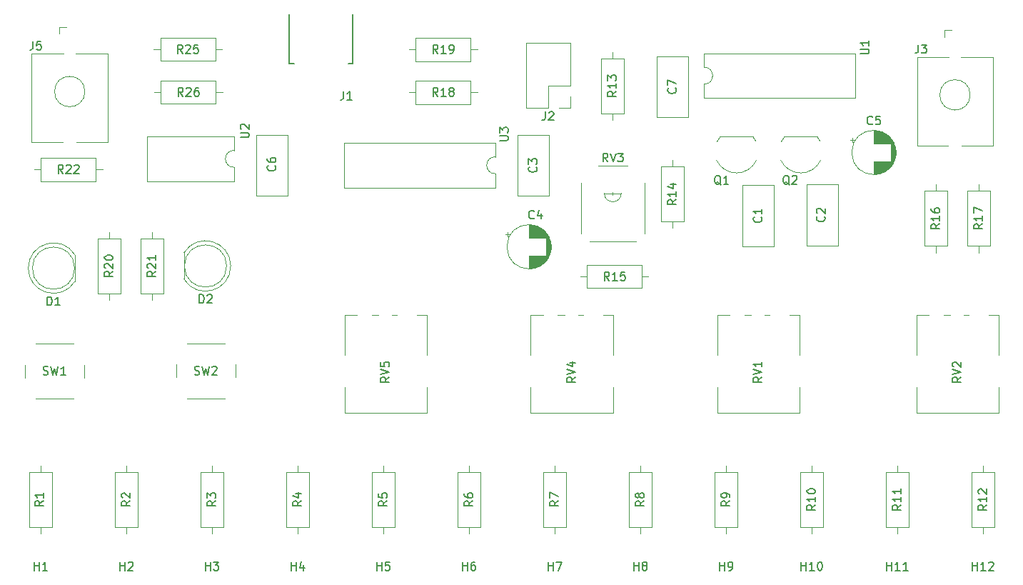
<source format=gto>
%TF.GenerationSoftware,KiCad,Pcbnew,7.0.5-0*%
%TF.CreationDate,2023-06-20T21:08:24+01:00*%
%TF.ProjectId,bcm-machina-noise,62636d2d-6d61-4636-9869-6e612d6e6f69,rev?*%
%TF.SameCoordinates,Original*%
%TF.FileFunction,Legend,Top*%
%TF.FilePolarity,Positive*%
%FSLAX46Y46*%
G04 Gerber Fmt 4.6, Leading zero omitted, Abs format (unit mm)*
G04 Created by KiCad (PCBNEW 7.0.5-0) date 2023-06-20 21:08:24*
%MOMM*%
%LPD*%
G01*
G04 APERTURE LIST*
%ADD10C,0.150000*%
%ADD11C,0.127000*%
%ADD12C,0.120000*%
G04 APERTURE END LIST*
D10*
%TO.C,J1*%
X109580666Y-81149819D02*
X109580666Y-81864104D01*
X109580666Y-81864104D02*
X109533047Y-82006961D01*
X109533047Y-82006961D02*
X109437809Y-82102200D01*
X109437809Y-82102200D02*
X109294952Y-82149819D01*
X109294952Y-82149819D02*
X109199714Y-82149819D01*
X110580666Y-82149819D02*
X110009238Y-82149819D01*
X110294952Y-82149819D02*
X110294952Y-81149819D01*
X110294952Y-81149819D02*
X110199714Y-81292676D01*
X110199714Y-81292676D02*
X110104476Y-81387914D01*
X110104476Y-81387914D02*
X110009238Y-81435533D01*
%TO.C,RV3*%
X140922761Y-89492819D02*
X140589428Y-89016628D01*
X140351333Y-89492819D02*
X140351333Y-88492819D01*
X140351333Y-88492819D02*
X140732285Y-88492819D01*
X140732285Y-88492819D02*
X140827523Y-88540438D01*
X140827523Y-88540438D02*
X140875142Y-88588057D01*
X140875142Y-88588057D02*
X140922761Y-88683295D01*
X140922761Y-88683295D02*
X140922761Y-88826152D01*
X140922761Y-88826152D02*
X140875142Y-88921390D01*
X140875142Y-88921390D02*
X140827523Y-88969009D01*
X140827523Y-88969009D02*
X140732285Y-89016628D01*
X140732285Y-89016628D02*
X140351333Y-89016628D01*
X141208476Y-88492819D02*
X141541809Y-89492819D01*
X141541809Y-89492819D02*
X141875142Y-88492819D01*
X142113238Y-88492819D02*
X142732285Y-88492819D01*
X142732285Y-88492819D02*
X142398952Y-88873771D01*
X142398952Y-88873771D02*
X142541809Y-88873771D01*
X142541809Y-88873771D02*
X142637047Y-88921390D01*
X142637047Y-88921390D02*
X142684666Y-88969009D01*
X142684666Y-88969009D02*
X142732285Y-89064247D01*
X142732285Y-89064247D02*
X142732285Y-89302342D01*
X142732285Y-89302342D02*
X142684666Y-89397580D01*
X142684666Y-89397580D02*
X142637047Y-89445200D01*
X142637047Y-89445200D02*
X142541809Y-89492819D01*
X142541809Y-89492819D02*
X142256095Y-89492819D01*
X142256095Y-89492819D02*
X142160857Y-89445200D01*
X142160857Y-89445200D02*
X142113238Y-89397580D01*
%TO.C,H4*%
X103378095Y-137944819D02*
X103378095Y-136944819D01*
X103378095Y-137421009D02*
X103949523Y-137421009D01*
X103949523Y-137944819D02*
X103949523Y-136944819D01*
X104854285Y-137278152D02*
X104854285Y-137944819D01*
X104616190Y-136897200D02*
X104378095Y-137611485D01*
X104378095Y-137611485D02*
X104997142Y-137611485D01*
%TO.C,H7*%
X133858095Y-137944819D02*
X133858095Y-136944819D01*
X133858095Y-137421009D02*
X134429523Y-137421009D01*
X134429523Y-137944819D02*
X134429523Y-136944819D01*
X134810476Y-136944819D02*
X135477142Y-136944819D01*
X135477142Y-136944819D02*
X135048571Y-137944819D01*
%TO.C,H2*%
X83058095Y-137944819D02*
X83058095Y-136944819D01*
X83058095Y-137421009D02*
X83629523Y-137421009D01*
X83629523Y-137944819D02*
X83629523Y-136944819D01*
X84058095Y-137040057D02*
X84105714Y-136992438D01*
X84105714Y-136992438D02*
X84200952Y-136944819D01*
X84200952Y-136944819D02*
X84439047Y-136944819D01*
X84439047Y-136944819D02*
X84534285Y-136992438D01*
X84534285Y-136992438D02*
X84581904Y-137040057D01*
X84581904Y-137040057D02*
X84629523Y-137135295D01*
X84629523Y-137135295D02*
X84629523Y-137230533D01*
X84629523Y-137230533D02*
X84581904Y-137373390D01*
X84581904Y-137373390D02*
X84010476Y-137944819D01*
X84010476Y-137944819D02*
X84629523Y-137944819D01*
%TO.C,SW1*%
X73977667Y-114707200D02*
X74120524Y-114754819D01*
X74120524Y-114754819D02*
X74358619Y-114754819D01*
X74358619Y-114754819D02*
X74453857Y-114707200D01*
X74453857Y-114707200D02*
X74501476Y-114659580D01*
X74501476Y-114659580D02*
X74549095Y-114564342D01*
X74549095Y-114564342D02*
X74549095Y-114469104D01*
X74549095Y-114469104D02*
X74501476Y-114373866D01*
X74501476Y-114373866D02*
X74453857Y-114326247D01*
X74453857Y-114326247D02*
X74358619Y-114278628D01*
X74358619Y-114278628D02*
X74168143Y-114231009D01*
X74168143Y-114231009D02*
X74072905Y-114183390D01*
X74072905Y-114183390D02*
X74025286Y-114135771D01*
X74025286Y-114135771D02*
X73977667Y-114040533D01*
X73977667Y-114040533D02*
X73977667Y-113945295D01*
X73977667Y-113945295D02*
X74025286Y-113850057D01*
X74025286Y-113850057D02*
X74072905Y-113802438D01*
X74072905Y-113802438D02*
X74168143Y-113754819D01*
X74168143Y-113754819D02*
X74406238Y-113754819D01*
X74406238Y-113754819D02*
X74549095Y-113802438D01*
X74882429Y-113754819D02*
X75120524Y-114754819D01*
X75120524Y-114754819D02*
X75311000Y-114040533D01*
X75311000Y-114040533D02*
X75501476Y-114754819D01*
X75501476Y-114754819D02*
X75739572Y-113754819D01*
X76644333Y-114754819D02*
X76072905Y-114754819D01*
X76358619Y-114754819D02*
X76358619Y-113754819D01*
X76358619Y-113754819D02*
X76263381Y-113897676D01*
X76263381Y-113897676D02*
X76168143Y-113992914D01*
X76168143Y-113992914D02*
X76072905Y-114040533D01*
%TO.C,J5*%
X72747673Y-75233344D02*
X72747673Y-75947629D01*
X72747673Y-75947629D02*
X72700054Y-76090486D01*
X72700054Y-76090486D02*
X72604816Y-76185725D01*
X72604816Y-76185725D02*
X72461959Y-76233344D01*
X72461959Y-76233344D02*
X72366721Y-76233344D01*
X73700054Y-75233344D02*
X73223864Y-75233344D01*
X73223864Y-75233344D02*
X73176245Y-75709534D01*
X73176245Y-75709534D02*
X73223864Y-75661915D01*
X73223864Y-75661915D02*
X73319102Y-75614296D01*
X73319102Y-75614296D02*
X73557197Y-75614296D01*
X73557197Y-75614296D02*
X73652435Y-75661915D01*
X73652435Y-75661915D02*
X73700054Y-75709534D01*
X73700054Y-75709534D02*
X73747673Y-75804772D01*
X73747673Y-75804772D02*
X73747673Y-76042867D01*
X73747673Y-76042867D02*
X73700054Y-76138105D01*
X73700054Y-76138105D02*
X73652435Y-76185725D01*
X73652435Y-76185725D02*
X73557197Y-76233344D01*
X73557197Y-76233344D02*
X73319102Y-76233344D01*
X73319102Y-76233344D02*
X73223864Y-76185725D01*
X73223864Y-76185725D02*
X73176245Y-76138105D01*
%TO.C,Q1*%
X154336761Y-92244057D02*
X154241523Y-92196438D01*
X154241523Y-92196438D02*
X154146285Y-92101200D01*
X154146285Y-92101200D02*
X154003428Y-91958342D01*
X154003428Y-91958342D02*
X153908190Y-91910723D01*
X153908190Y-91910723D02*
X153812952Y-91910723D01*
X153860571Y-92148819D02*
X153765333Y-92101200D01*
X153765333Y-92101200D02*
X153670095Y-92005961D01*
X153670095Y-92005961D02*
X153622476Y-91815485D01*
X153622476Y-91815485D02*
X153622476Y-91482152D01*
X153622476Y-91482152D02*
X153670095Y-91291676D01*
X153670095Y-91291676D02*
X153765333Y-91196438D01*
X153765333Y-91196438D02*
X153860571Y-91148819D01*
X153860571Y-91148819D02*
X154051047Y-91148819D01*
X154051047Y-91148819D02*
X154146285Y-91196438D01*
X154146285Y-91196438D02*
X154241523Y-91291676D01*
X154241523Y-91291676D02*
X154289142Y-91482152D01*
X154289142Y-91482152D02*
X154289142Y-91815485D01*
X154289142Y-91815485D02*
X154241523Y-92005961D01*
X154241523Y-92005961D02*
X154146285Y-92101200D01*
X154146285Y-92101200D02*
X154051047Y-92148819D01*
X154051047Y-92148819D02*
X153860571Y-92148819D01*
X155241523Y-92148819D02*
X154670095Y-92148819D01*
X154955809Y-92148819D02*
X154955809Y-91148819D01*
X154955809Y-91148819D02*
X154860571Y-91291676D01*
X154860571Y-91291676D02*
X154765333Y-91386914D01*
X154765333Y-91386914D02*
X154670095Y-91434533D01*
%TO.C,R25*%
X90484142Y-76654819D02*
X90150809Y-76178628D01*
X89912714Y-76654819D02*
X89912714Y-75654819D01*
X89912714Y-75654819D02*
X90293666Y-75654819D01*
X90293666Y-75654819D02*
X90388904Y-75702438D01*
X90388904Y-75702438D02*
X90436523Y-75750057D01*
X90436523Y-75750057D02*
X90484142Y-75845295D01*
X90484142Y-75845295D02*
X90484142Y-75988152D01*
X90484142Y-75988152D02*
X90436523Y-76083390D01*
X90436523Y-76083390D02*
X90388904Y-76131009D01*
X90388904Y-76131009D02*
X90293666Y-76178628D01*
X90293666Y-76178628D02*
X89912714Y-76178628D01*
X90865095Y-75750057D02*
X90912714Y-75702438D01*
X90912714Y-75702438D02*
X91007952Y-75654819D01*
X91007952Y-75654819D02*
X91246047Y-75654819D01*
X91246047Y-75654819D02*
X91341285Y-75702438D01*
X91341285Y-75702438D02*
X91388904Y-75750057D01*
X91388904Y-75750057D02*
X91436523Y-75845295D01*
X91436523Y-75845295D02*
X91436523Y-75940533D01*
X91436523Y-75940533D02*
X91388904Y-76083390D01*
X91388904Y-76083390D02*
X90817476Y-76654819D01*
X90817476Y-76654819D02*
X91436523Y-76654819D01*
X92341285Y-75654819D02*
X91865095Y-75654819D01*
X91865095Y-75654819D02*
X91817476Y-76131009D01*
X91817476Y-76131009D02*
X91865095Y-76083390D01*
X91865095Y-76083390D02*
X91960333Y-76035771D01*
X91960333Y-76035771D02*
X92198428Y-76035771D01*
X92198428Y-76035771D02*
X92293666Y-76083390D01*
X92293666Y-76083390D02*
X92341285Y-76131009D01*
X92341285Y-76131009D02*
X92388904Y-76226247D01*
X92388904Y-76226247D02*
X92388904Y-76464342D01*
X92388904Y-76464342D02*
X92341285Y-76559580D01*
X92341285Y-76559580D02*
X92293666Y-76607200D01*
X92293666Y-76607200D02*
X92198428Y-76654819D01*
X92198428Y-76654819D02*
X91960333Y-76654819D01*
X91960333Y-76654819D02*
X91865095Y-76607200D01*
X91865095Y-76607200D02*
X91817476Y-76559580D01*
%TO.C,R16*%
X180286819Y-96868857D02*
X179810628Y-97202190D01*
X180286819Y-97440285D02*
X179286819Y-97440285D01*
X179286819Y-97440285D02*
X179286819Y-97059333D01*
X179286819Y-97059333D02*
X179334438Y-96964095D01*
X179334438Y-96964095D02*
X179382057Y-96916476D01*
X179382057Y-96916476D02*
X179477295Y-96868857D01*
X179477295Y-96868857D02*
X179620152Y-96868857D01*
X179620152Y-96868857D02*
X179715390Y-96916476D01*
X179715390Y-96916476D02*
X179763009Y-96964095D01*
X179763009Y-96964095D02*
X179810628Y-97059333D01*
X179810628Y-97059333D02*
X179810628Y-97440285D01*
X180286819Y-95916476D02*
X180286819Y-96487904D01*
X180286819Y-96202190D02*
X179286819Y-96202190D01*
X179286819Y-96202190D02*
X179429676Y-96297428D01*
X179429676Y-96297428D02*
X179524914Y-96392666D01*
X179524914Y-96392666D02*
X179572533Y-96487904D01*
X179286819Y-95059333D02*
X179286819Y-95249809D01*
X179286819Y-95249809D02*
X179334438Y-95345047D01*
X179334438Y-95345047D02*
X179382057Y-95392666D01*
X179382057Y-95392666D02*
X179524914Y-95487904D01*
X179524914Y-95487904D02*
X179715390Y-95535523D01*
X179715390Y-95535523D02*
X180096342Y-95535523D01*
X180096342Y-95535523D02*
X180191580Y-95487904D01*
X180191580Y-95487904D02*
X180239200Y-95440285D01*
X180239200Y-95440285D02*
X180286819Y-95345047D01*
X180286819Y-95345047D02*
X180286819Y-95154571D01*
X180286819Y-95154571D02*
X180239200Y-95059333D01*
X180239200Y-95059333D02*
X180191580Y-95011714D01*
X180191580Y-95011714D02*
X180096342Y-94964095D01*
X180096342Y-94964095D02*
X179858247Y-94964095D01*
X179858247Y-94964095D02*
X179763009Y-95011714D01*
X179763009Y-95011714D02*
X179715390Y-95059333D01*
X179715390Y-95059333D02*
X179667771Y-95154571D01*
X179667771Y-95154571D02*
X179667771Y-95345047D01*
X179667771Y-95345047D02*
X179715390Y-95440285D01*
X179715390Y-95440285D02*
X179763009Y-95487904D01*
X179763009Y-95487904D02*
X179858247Y-95535523D01*
%TO.C,C3*%
X132439580Y-90112666D02*
X132487200Y-90160285D01*
X132487200Y-90160285D02*
X132534819Y-90303142D01*
X132534819Y-90303142D02*
X132534819Y-90398380D01*
X132534819Y-90398380D02*
X132487200Y-90541237D01*
X132487200Y-90541237D02*
X132391961Y-90636475D01*
X132391961Y-90636475D02*
X132296723Y-90684094D01*
X132296723Y-90684094D02*
X132106247Y-90731713D01*
X132106247Y-90731713D02*
X131963390Y-90731713D01*
X131963390Y-90731713D02*
X131772914Y-90684094D01*
X131772914Y-90684094D02*
X131677676Y-90636475D01*
X131677676Y-90636475D02*
X131582438Y-90541237D01*
X131582438Y-90541237D02*
X131534819Y-90398380D01*
X131534819Y-90398380D02*
X131534819Y-90303142D01*
X131534819Y-90303142D02*
X131582438Y-90160285D01*
X131582438Y-90160285D02*
X131630057Y-90112666D01*
X131534819Y-89779332D02*
X131534819Y-89160285D01*
X131534819Y-89160285D02*
X131915771Y-89493618D01*
X131915771Y-89493618D02*
X131915771Y-89350761D01*
X131915771Y-89350761D02*
X131963390Y-89255523D01*
X131963390Y-89255523D02*
X132011009Y-89207904D01*
X132011009Y-89207904D02*
X132106247Y-89160285D01*
X132106247Y-89160285D02*
X132344342Y-89160285D01*
X132344342Y-89160285D02*
X132439580Y-89207904D01*
X132439580Y-89207904D02*
X132487200Y-89255523D01*
X132487200Y-89255523D02*
X132534819Y-89350761D01*
X132534819Y-89350761D02*
X132534819Y-89636475D01*
X132534819Y-89636475D02*
X132487200Y-89731713D01*
X132487200Y-89731713D02*
X132439580Y-89779332D01*
%TO.C,R22*%
X76319142Y-90878819D02*
X75985809Y-90402628D01*
X75747714Y-90878819D02*
X75747714Y-89878819D01*
X75747714Y-89878819D02*
X76128666Y-89878819D01*
X76128666Y-89878819D02*
X76223904Y-89926438D01*
X76223904Y-89926438D02*
X76271523Y-89974057D01*
X76271523Y-89974057D02*
X76319142Y-90069295D01*
X76319142Y-90069295D02*
X76319142Y-90212152D01*
X76319142Y-90212152D02*
X76271523Y-90307390D01*
X76271523Y-90307390D02*
X76223904Y-90355009D01*
X76223904Y-90355009D02*
X76128666Y-90402628D01*
X76128666Y-90402628D02*
X75747714Y-90402628D01*
X76700095Y-89974057D02*
X76747714Y-89926438D01*
X76747714Y-89926438D02*
X76842952Y-89878819D01*
X76842952Y-89878819D02*
X77081047Y-89878819D01*
X77081047Y-89878819D02*
X77176285Y-89926438D01*
X77176285Y-89926438D02*
X77223904Y-89974057D01*
X77223904Y-89974057D02*
X77271523Y-90069295D01*
X77271523Y-90069295D02*
X77271523Y-90164533D01*
X77271523Y-90164533D02*
X77223904Y-90307390D01*
X77223904Y-90307390D02*
X76652476Y-90878819D01*
X76652476Y-90878819D02*
X77271523Y-90878819D01*
X77652476Y-89974057D02*
X77700095Y-89926438D01*
X77700095Y-89926438D02*
X77795333Y-89878819D01*
X77795333Y-89878819D02*
X78033428Y-89878819D01*
X78033428Y-89878819D02*
X78128666Y-89926438D01*
X78128666Y-89926438D02*
X78176285Y-89974057D01*
X78176285Y-89974057D02*
X78223904Y-90069295D01*
X78223904Y-90069295D02*
X78223904Y-90164533D01*
X78223904Y-90164533D02*
X78176285Y-90307390D01*
X78176285Y-90307390D02*
X77604857Y-90878819D01*
X77604857Y-90878819D02*
X78223904Y-90878819D01*
%TO.C,R11*%
X175714819Y-130182857D02*
X175238628Y-130516190D01*
X175714819Y-130754285D02*
X174714819Y-130754285D01*
X174714819Y-130754285D02*
X174714819Y-130373333D01*
X174714819Y-130373333D02*
X174762438Y-130278095D01*
X174762438Y-130278095D02*
X174810057Y-130230476D01*
X174810057Y-130230476D02*
X174905295Y-130182857D01*
X174905295Y-130182857D02*
X175048152Y-130182857D01*
X175048152Y-130182857D02*
X175143390Y-130230476D01*
X175143390Y-130230476D02*
X175191009Y-130278095D01*
X175191009Y-130278095D02*
X175238628Y-130373333D01*
X175238628Y-130373333D02*
X175238628Y-130754285D01*
X175714819Y-129230476D02*
X175714819Y-129801904D01*
X175714819Y-129516190D02*
X174714819Y-129516190D01*
X174714819Y-129516190D02*
X174857676Y-129611428D01*
X174857676Y-129611428D02*
X174952914Y-129706666D01*
X174952914Y-129706666D02*
X175000533Y-129801904D01*
X175714819Y-128278095D02*
X175714819Y-128849523D01*
X175714819Y-128563809D02*
X174714819Y-128563809D01*
X174714819Y-128563809D02*
X174857676Y-128659047D01*
X174857676Y-128659047D02*
X174952914Y-128754285D01*
X174952914Y-128754285D02*
X175000533Y-128849523D01*
%TO.C,H8*%
X144018095Y-137944819D02*
X144018095Y-136944819D01*
X144018095Y-137421009D02*
X144589523Y-137421009D01*
X144589523Y-137944819D02*
X144589523Y-136944819D01*
X145208571Y-137373390D02*
X145113333Y-137325771D01*
X145113333Y-137325771D02*
X145065714Y-137278152D01*
X145065714Y-137278152D02*
X145018095Y-137182914D01*
X145018095Y-137182914D02*
X145018095Y-137135295D01*
X145018095Y-137135295D02*
X145065714Y-137040057D01*
X145065714Y-137040057D02*
X145113333Y-136992438D01*
X145113333Y-136992438D02*
X145208571Y-136944819D01*
X145208571Y-136944819D02*
X145399047Y-136944819D01*
X145399047Y-136944819D02*
X145494285Y-136992438D01*
X145494285Y-136992438D02*
X145541904Y-137040057D01*
X145541904Y-137040057D02*
X145589523Y-137135295D01*
X145589523Y-137135295D02*
X145589523Y-137182914D01*
X145589523Y-137182914D02*
X145541904Y-137278152D01*
X145541904Y-137278152D02*
X145494285Y-137325771D01*
X145494285Y-137325771D02*
X145399047Y-137373390D01*
X145399047Y-137373390D02*
X145208571Y-137373390D01*
X145208571Y-137373390D02*
X145113333Y-137421009D01*
X145113333Y-137421009D02*
X145065714Y-137468628D01*
X145065714Y-137468628D02*
X145018095Y-137563866D01*
X145018095Y-137563866D02*
X145018095Y-137754342D01*
X145018095Y-137754342D02*
X145065714Y-137849580D01*
X145065714Y-137849580D02*
X145113333Y-137897200D01*
X145113333Y-137897200D02*
X145208571Y-137944819D01*
X145208571Y-137944819D02*
X145399047Y-137944819D01*
X145399047Y-137944819D02*
X145494285Y-137897200D01*
X145494285Y-137897200D02*
X145541904Y-137849580D01*
X145541904Y-137849580D02*
X145589523Y-137754342D01*
X145589523Y-137754342D02*
X145589523Y-137563866D01*
X145589523Y-137563866D02*
X145541904Y-137468628D01*
X145541904Y-137468628D02*
X145494285Y-137421009D01*
X145494285Y-137421009D02*
X145399047Y-137373390D01*
%TO.C,D1*%
X74450905Y-106522819D02*
X74450905Y-105522819D01*
X74450905Y-105522819D02*
X74689000Y-105522819D01*
X74689000Y-105522819D02*
X74831857Y-105570438D01*
X74831857Y-105570438D02*
X74927095Y-105665676D01*
X74927095Y-105665676D02*
X74974714Y-105760914D01*
X74974714Y-105760914D02*
X75022333Y-105951390D01*
X75022333Y-105951390D02*
X75022333Y-106094247D01*
X75022333Y-106094247D02*
X74974714Y-106284723D01*
X74974714Y-106284723D02*
X74927095Y-106379961D01*
X74927095Y-106379961D02*
X74831857Y-106475200D01*
X74831857Y-106475200D02*
X74689000Y-106522819D01*
X74689000Y-106522819D02*
X74450905Y-106522819D01*
X75974714Y-106522819D02*
X75403286Y-106522819D01*
X75689000Y-106522819D02*
X75689000Y-105522819D01*
X75689000Y-105522819D02*
X75593762Y-105665676D01*
X75593762Y-105665676D02*
X75498524Y-105760914D01*
X75498524Y-105760914D02*
X75403286Y-105808533D01*
%TO.C,R14*%
X149044819Y-93987857D02*
X148568628Y-94321190D01*
X149044819Y-94559285D02*
X148044819Y-94559285D01*
X148044819Y-94559285D02*
X148044819Y-94178333D01*
X148044819Y-94178333D02*
X148092438Y-94083095D01*
X148092438Y-94083095D02*
X148140057Y-94035476D01*
X148140057Y-94035476D02*
X148235295Y-93987857D01*
X148235295Y-93987857D02*
X148378152Y-93987857D01*
X148378152Y-93987857D02*
X148473390Y-94035476D01*
X148473390Y-94035476D02*
X148521009Y-94083095D01*
X148521009Y-94083095D02*
X148568628Y-94178333D01*
X148568628Y-94178333D02*
X148568628Y-94559285D01*
X149044819Y-93035476D02*
X149044819Y-93606904D01*
X149044819Y-93321190D02*
X148044819Y-93321190D01*
X148044819Y-93321190D02*
X148187676Y-93416428D01*
X148187676Y-93416428D02*
X148282914Y-93511666D01*
X148282914Y-93511666D02*
X148330533Y-93606904D01*
X148378152Y-92178333D02*
X149044819Y-92178333D01*
X147997200Y-92416428D02*
X148711485Y-92654523D01*
X148711485Y-92654523D02*
X148711485Y-92035476D01*
%TO.C,C5*%
X172315333Y-85001580D02*
X172267714Y-85049200D01*
X172267714Y-85049200D02*
X172124857Y-85096819D01*
X172124857Y-85096819D02*
X172029619Y-85096819D01*
X172029619Y-85096819D02*
X171886762Y-85049200D01*
X171886762Y-85049200D02*
X171791524Y-84953961D01*
X171791524Y-84953961D02*
X171743905Y-84858723D01*
X171743905Y-84858723D02*
X171696286Y-84668247D01*
X171696286Y-84668247D02*
X171696286Y-84525390D01*
X171696286Y-84525390D02*
X171743905Y-84334914D01*
X171743905Y-84334914D02*
X171791524Y-84239676D01*
X171791524Y-84239676D02*
X171886762Y-84144438D01*
X171886762Y-84144438D02*
X172029619Y-84096819D01*
X172029619Y-84096819D02*
X172124857Y-84096819D01*
X172124857Y-84096819D02*
X172267714Y-84144438D01*
X172267714Y-84144438D02*
X172315333Y-84192057D01*
X173220095Y-84096819D02*
X172743905Y-84096819D01*
X172743905Y-84096819D02*
X172696286Y-84573009D01*
X172696286Y-84573009D02*
X172743905Y-84525390D01*
X172743905Y-84525390D02*
X172839143Y-84477771D01*
X172839143Y-84477771D02*
X173077238Y-84477771D01*
X173077238Y-84477771D02*
X173172476Y-84525390D01*
X173172476Y-84525390D02*
X173220095Y-84573009D01*
X173220095Y-84573009D02*
X173267714Y-84668247D01*
X173267714Y-84668247D02*
X173267714Y-84906342D01*
X173267714Y-84906342D02*
X173220095Y-85001580D01*
X173220095Y-85001580D02*
X173172476Y-85049200D01*
X173172476Y-85049200D02*
X173077238Y-85096819D01*
X173077238Y-85096819D02*
X172839143Y-85096819D01*
X172839143Y-85096819D02*
X172743905Y-85049200D01*
X172743905Y-85049200D02*
X172696286Y-85001580D01*
%TO.C,H10*%
X163861905Y-137944819D02*
X163861905Y-136944819D01*
X163861905Y-137421009D02*
X164433333Y-137421009D01*
X164433333Y-137944819D02*
X164433333Y-136944819D01*
X165433333Y-137944819D02*
X164861905Y-137944819D01*
X165147619Y-137944819D02*
X165147619Y-136944819D01*
X165147619Y-136944819D02*
X165052381Y-137087676D01*
X165052381Y-137087676D02*
X164957143Y-137182914D01*
X164957143Y-137182914D02*
X164861905Y-137230533D01*
X166052381Y-136944819D02*
X166147619Y-136944819D01*
X166147619Y-136944819D02*
X166242857Y-136992438D01*
X166242857Y-136992438D02*
X166290476Y-137040057D01*
X166290476Y-137040057D02*
X166338095Y-137135295D01*
X166338095Y-137135295D02*
X166385714Y-137325771D01*
X166385714Y-137325771D02*
X166385714Y-137563866D01*
X166385714Y-137563866D02*
X166338095Y-137754342D01*
X166338095Y-137754342D02*
X166290476Y-137849580D01*
X166290476Y-137849580D02*
X166242857Y-137897200D01*
X166242857Y-137897200D02*
X166147619Y-137944819D01*
X166147619Y-137944819D02*
X166052381Y-137944819D01*
X166052381Y-137944819D02*
X165957143Y-137897200D01*
X165957143Y-137897200D02*
X165909524Y-137849580D01*
X165909524Y-137849580D02*
X165861905Y-137754342D01*
X165861905Y-137754342D02*
X165814286Y-137563866D01*
X165814286Y-137563866D02*
X165814286Y-137325771D01*
X165814286Y-137325771D02*
X165861905Y-137135295D01*
X165861905Y-137135295D02*
X165909524Y-137040057D01*
X165909524Y-137040057D02*
X165957143Y-136992438D01*
X165957143Y-136992438D02*
X166052381Y-136944819D01*
%TO.C,R3*%
X94434819Y-129706666D02*
X93958628Y-130039999D01*
X94434819Y-130278094D02*
X93434819Y-130278094D01*
X93434819Y-130278094D02*
X93434819Y-129897142D01*
X93434819Y-129897142D02*
X93482438Y-129801904D01*
X93482438Y-129801904D02*
X93530057Y-129754285D01*
X93530057Y-129754285D02*
X93625295Y-129706666D01*
X93625295Y-129706666D02*
X93768152Y-129706666D01*
X93768152Y-129706666D02*
X93863390Y-129754285D01*
X93863390Y-129754285D02*
X93911009Y-129801904D01*
X93911009Y-129801904D02*
X93958628Y-129897142D01*
X93958628Y-129897142D02*
X93958628Y-130278094D01*
X93434819Y-129373332D02*
X93434819Y-128754285D01*
X93434819Y-128754285D02*
X93815771Y-129087618D01*
X93815771Y-129087618D02*
X93815771Y-128944761D01*
X93815771Y-128944761D02*
X93863390Y-128849523D01*
X93863390Y-128849523D02*
X93911009Y-128801904D01*
X93911009Y-128801904D02*
X94006247Y-128754285D01*
X94006247Y-128754285D02*
X94244342Y-128754285D01*
X94244342Y-128754285D02*
X94339580Y-128801904D01*
X94339580Y-128801904D02*
X94387200Y-128849523D01*
X94387200Y-128849523D02*
X94434819Y-128944761D01*
X94434819Y-128944761D02*
X94434819Y-129230475D01*
X94434819Y-129230475D02*
X94387200Y-129325713D01*
X94387200Y-129325713D02*
X94339580Y-129373332D01*
%TO.C,R19*%
X120769142Y-76654819D02*
X120435809Y-76178628D01*
X120197714Y-76654819D02*
X120197714Y-75654819D01*
X120197714Y-75654819D02*
X120578666Y-75654819D01*
X120578666Y-75654819D02*
X120673904Y-75702438D01*
X120673904Y-75702438D02*
X120721523Y-75750057D01*
X120721523Y-75750057D02*
X120769142Y-75845295D01*
X120769142Y-75845295D02*
X120769142Y-75988152D01*
X120769142Y-75988152D02*
X120721523Y-76083390D01*
X120721523Y-76083390D02*
X120673904Y-76131009D01*
X120673904Y-76131009D02*
X120578666Y-76178628D01*
X120578666Y-76178628D02*
X120197714Y-76178628D01*
X121721523Y-76654819D02*
X121150095Y-76654819D01*
X121435809Y-76654819D02*
X121435809Y-75654819D01*
X121435809Y-75654819D02*
X121340571Y-75797676D01*
X121340571Y-75797676D02*
X121245333Y-75892914D01*
X121245333Y-75892914D02*
X121150095Y-75940533D01*
X122197714Y-76654819D02*
X122388190Y-76654819D01*
X122388190Y-76654819D02*
X122483428Y-76607200D01*
X122483428Y-76607200D02*
X122531047Y-76559580D01*
X122531047Y-76559580D02*
X122626285Y-76416723D01*
X122626285Y-76416723D02*
X122673904Y-76226247D01*
X122673904Y-76226247D02*
X122673904Y-75845295D01*
X122673904Y-75845295D02*
X122626285Y-75750057D01*
X122626285Y-75750057D02*
X122578666Y-75702438D01*
X122578666Y-75702438D02*
X122483428Y-75654819D01*
X122483428Y-75654819D02*
X122292952Y-75654819D01*
X122292952Y-75654819D02*
X122197714Y-75702438D01*
X122197714Y-75702438D02*
X122150095Y-75750057D01*
X122150095Y-75750057D02*
X122102476Y-75845295D01*
X122102476Y-75845295D02*
X122102476Y-76083390D01*
X122102476Y-76083390D02*
X122150095Y-76178628D01*
X122150095Y-76178628D02*
X122197714Y-76226247D01*
X122197714Y-76226247D02*
X122292952Y-76273866D01*
X122292952Y-76273866D02*
X122483428Y-76273866D01*
X122483428Y-76273866D02*
X122578666Y-76226247D01*
X122578666Y-76226247D02*
X122626285Y-76178628D01*
X122626285Y-76178628D02*
X122673904Y-76083390D01*
%TO.C,H1*%
X72898095Y-137944819D02*
X72898095Y-136944819D01*
X72898095Y-137421009D02*
X73469523Y-137421009D01*
X73469523Y-137944819D02*
X73469523Y-136944819D01*
X74469523Y-137944819D02*
X73898095Y-137944819D01*
X74183809Y-137944819D02*
X74183809Y-136944819D01*
X74183809Y-136944819D02*
X74088571Y-137087676D01*
X74088571Y-137087676D02*
X73993333Y-137182914D01*
X73993333Y-137182914D02*
X73898095Y-137230533D01*
%TO.C,R10*%
X165554819Y-130182857D02*
X165078628Y-130516190D01*
X165554819Y-130754285D02*
X164554819Y-130754285D01*
X164554819Y-130754285D02*
X164554819Y-130373333D01*
X164554819Y-130373333D02*
X164602438Y-130278095D01*
X164602438Y-130278095D02*
X164650057Y-130230476D01*
X164650057Y-130230476D02*
X164745295Y-130182857D01*
X164745295Y-130182857D02*
X164888152Y-130182857D01*
X164888152Y-130182857D02*
X164983390Y-130230476D01*
X164983390Y-130230476D02*
X165031009Y-130278095D01*
X165031009Y-130278095D02*
X165078628Y-130373333D01*
X165078628Y-130373333D02*
X165078628Y-130754285D01*
X165554819Y-129230476D02*
X165554819Y-129801904D01*
X165554819Y-129516190D02*
X164554819Y-129516190D01*
X164554819Y-129516190D02*
X164697676Y-129611428D01*
X164697676Y-129611428D02*
X164792914Y-129706666D01*
X164792914Y-129706666D02*
X164840533Y-129801904D01*
X164554819Y-128611428D02*
X164554819Y-128516190D01*
X164554819Y-128516190D02*
X164602438Y-128420952D01*
X164602438Y-128420952D02*
X164650057Y-128373333D01*
X164650057Y-128373333D02*
X164745295Y-128325714D01*
X164745295Y-128325714D02*
X164935771Y-128278095D01*
X164935771Y-128278095D02*
X165173866Y-128278095D01*
X165173866Y-128278095D02*
X165364342Y-128325714D01*
X165364342Y-128325714D02*
X165459580Y-128373333D01*
X165459580Y-128373333D02*
X165507200Y-128420952D01*
X165507200Y-128420952D02*
X165554819Y-128516190D01*
X165554819Y-128516190D02*
X165554819Y-128611428D01*
X165554819Y-128611428D02*
X165507200Y-128706666D01*
X165507200Y-128706666D02*
X165459580Y-128754285D01*
X165459580Y-128754285D02*
X165364342Y-128801904D01*
X165364342Y-128801904D02*
X165173866Y-128849523D01*
X165173866Y-128849523D02*
X164935771Y-128849523D01*
X164935771Y-128849523D02*
X164745295Y-128801904D01*
X164745295Y-128801904D02*
X164650057Y-128754285D01*
X164650057Y-128754285D02*
X164602438Y-128706666D01*
X164602438Y-128706666D02*
X164554819Y-128611428D01*
%TO.C,R18*%
X120769142Y-81734819D02*
X120435809Y-81258628D01*
X120197714Y-81734819D02*
X120197714Y-80734819D01*
X120197714Y-80734819D02*
X120578666Y-80734819D01*
X120578666Y-80734819D02*
X120673904Y-80782438D01*
X120673904Y-80782438D02*
X120721523Y-80830057D01*
X120721523Y-80830057D02*
X120769142Y-80925295D01*
X120769142Y-80925295D02*
X120769142Y-81068152D01*
X120769142Y-81068152D02*
X120721523Y-81163390D01*
X120721523Y-81163390D02*
X120673904Y-81211009D01*
X120673904Y-81211009D02*
X120578666Y-81258628D01*
X120578666Y-81258628D02*
X120197714Y-81258628D01*
X121721523Y-81734819D02*
X121150095Y-81734819D01*
X121435809Y-81734819D02*
X121435809Y-80734819D01*
X121435809Y-80734819D02*
X121340571Y-80877676D01*
X121340571Y-80877676D02*
X121245333Y-80972914D01*
X121245333Y-80972914D02*
X121150095Y-81020533D01*
X122292952Y-81163390D02*
X122197714Y-81115771D01*
X122197714Y-81115771D02*
X122150095Y-81068152D01*
X122150095Y-81068152D02*
X122102476Y-80972914D01*
X122102476Y-80972914D02*
X122102476Y-80925295D01*
X122102476Y-80925295D02*
X122150095Y-80830057D01*
X122150095Y-80830057D02*
X122197714Y-80782438D01*
X122197714Y-80782438D02*
X122292952Y-80734819D01*
X122292952Y-80734819D02*
X122483428Y-80734819D01*
X122483428Y-80734819D02*
X122578666Y-80782438D01*
X122578666Y-80782438D02*
X122626285Y-80830057D01*
X122626285Y-80830057D02*
X122673904Y-80925295D01*
X122673904Y-80925295D02*
X122673904Y-80972914D01*
X122673904Y-80972914D02*
X122626285Y-81068152D01*
X122626285Y-81068152D02*
X122578666Y-81115771D01*
X122578666Y-81115771D02*
X122483428Y-81163390D01*
X122483428Y-81163390D02*
X122292952Y-81163390D01*
X122292952Y-81163390D02*
X122197714Y-81211009D01*
X122197714Y-81211009D02*
X122150095Y-81258628D01*
X122150095Y-81258628D02*
X122102476Y-81353866D01*
X122102476Y-81353866D02*
X122102476Y-81544342D01*
X122102476Y-81544342D02*
X122150095Y-81639580D01*
X122150095Y-81639580D02*
X122197714Y-81687200D01*
X122197714Y-81687200D02*
X122292952Y-81734819D01*
X122292952Y-81734819D02*
X122483428Y-81734819D01*
X122483428Y-81734819D02*
X122578666Y-81687200D01*
X122578666Y-81687200D02*
X122626285Y-81639580D01*
X122626285Y-81639580D02*
X122673904Y-81544342D01*
X122673904Y-81544342D02*
X122673904Y-81353866D01*
X122673904Y-81353866D02*
X122626285Y-81258628D01*
X122626285Y-81258628D02*
X122578666Y-81211009D01*
X122578666Y-81211009D02*
X122483428Y-81163390D01*
%TO.C,C4*%
X132183333Y-96177580D02*
X132135714Y-96225200D01*
X132135714Y-96225200D02*
X131992857Y-96272819D01*
X131992857Y-96272819D02*
X131897619Y-96272819D01*
X131897619Y-96272819D02*
X131754762Y-96225200D01*
X131754762Y-96225200D02*
X131659524Y-96129961D01*
X131659524Y-96129961D02*
X131611905Y-96034723D01*
X131611905Y-96034723D02*
X131564286Y-95844247D01*
X131564286Y-95844247D02*
X131564286Y-95701390D01*
X131564286Y-95701390D02*
X131611905Y-95510914D01*
X131611905Y-95510914D02*
X131659524Y-95415676D01*
X131659524Y-95415676D02*
X131754762Y-95320438D01*
X131754762Y-95320438D02*
X131897619Y-95272819D01*
X131897619Y-95272819D02*
X131992857Y-95272819D01*
X131992857Y-95272819D02*
X132135714Y-95320438D01*
X132135714Y-95320438D02*
X132183333Y-95368057D01*
X133040476Y-95606152D02*
X133040476Y-96272819D01*
X132802381Y-95225200D02*
X132564286Y-95939485D01*
X132564286Y-95939485D02*
X133183333Y-95939485D01*
%TO.C,R2*%
X84274819Y-129706666D02*
X83798628Y-130039999D01*
X84274819Y-130278094D02*
X83274819Y-130278094D01*
X83274819Y-130278094D02*
X83274819Y-129897142D01*
X83274819Y-129897142D02*
X83322438Y-129801904D01*
X83322438Y-129801904D02*
X83370057Y-129754285D01*
X83370057Y-129754285D02*
X83465295Y-129706666D01*
X83465295Y-129706666D02*
X83608152Y-129706666D01*
X83608152Y-129706666D02*
X83703390Y-129754285D01*
X83703390Y-129754285D02*
X83751009Y-129801904D01*
X83751009Y-129801904D02*
X83798628Y-129897142D01*
X83798628Y-129897142D02*
X83798628Y-130278094D01*
X83370057Y-129325713D02*
X83322438Y-129278094D01*
X83322438Y-129278094D02*
X83274819Y-129182856D01*
X83274819Y-129182856D02*
X83274819Y-128944761D01*
X83274819Y-128944761D02*
X83322438Y-128849523D01*
X83322438Y-128849523D02*
X83370057Y-128801904D01*
X83370057Y-128801904D02*
X83465295Y-128754285D01*
X83465295Y-128754285D02*
X83560533Y-128754285D01*
X83560533Y-128754285D02*
X83703390Y-128801904D01*
X83703390Y-128801904D02*
X84274819Y-129373332D01*
X84274819Y-129373332D02*
X84274819Y-128754285D01*
%TO.C,H5*%
X113538095Y-137944819D02*
X113538095Y-136944819D01*
X113538095Y-137421009D02*
X114109523Y-137421009D01*
X114109523Y-137944819D02*
X114109523Y-136944819D01*
X115061904Y-136944819D02*
X114585714Y-136944819D01*
X114585714Y-136944819D02*
X114538095Y-137421009D01*
X114538095Y-137421009D02*
X114585714Y-137373390D01*
X114585714Y-137373390D02*
X114680952Y-137325771D01*
X114680952Y-137325771D02*
X114919047Y-137325771D01*
X114919047Y-137325771D02*
X115014285Y-137373390D01*
X115014285Y-137373390D02*
X115061904Y-137421009D01*
X115061904Y-137421009D02*
X115109523Y-137516247D01*
X115109523Y-137516247D02*
X115109523Y-137754342D01*
X115109523Y-137754342D02*
X115061904Y-137849580D01*
X115061904Y-137849580D02*
X115014285Y-137897200D01*
X115014285Y-137897200D02*
X114919047Y-137944819D01*
X114919047Y-137944819D02*
X114680952Y-137944819D01*
X114680952Y-137944819D02*
X114585714Y-137897200D01*
X114585714Y-137897200D02*
X114538095Y-137849580D01*
%TO.C,R12*%
X185874819Y-130182857D02*
X185398628Y-130516190D01*
X185874819Y-130754285D02*
X184874819Y-130754285D01*
X184874819Y-130754285D02*
X184874819Y-130373333D01*
X184874819Y-130373333D02*
X184922438Y-130278095D01*
X184922438Y-130278095D02*
X184970057Y-130230476D01*
X184970057Y-130230476D02*
X185065295Y-130182857D01*
X185065295Y-130182857D02*
X185208152Y-130182857D01*
X185208152Y-130182857D02*
X185303390Y-130230476D01*
X185303390Y-130230476D02*
X185351009Y-130278095D01*
X185351009Y-130278095D02*
X185398628Y-130373333D01*
X185398628Y-130373333D02*
X185398628Y-130754285D01*
X185874819Y-129230476D02*
X185874819Y-129801904D01*
X185874819Y-129516190D02*
X184874819Y-129516190D01*
X184874819Y-129516190D02*
X185017676Y-129611428D01*
X185017676Y-129611428D02*
X185112914Y-129706666D01*
X185112914Y-129706666D02*
X185160533Y-129801904D01*
X184970057Y-128849523D02*
X184922438Y-128801904D01*
X184922438Y-128801904D02*
X184874819Y-128706666D01*
X184874819Y-128706666D02*
X184874819Y-128468571D01*
X184874819Y-128468571D02*
X184922438Y-128373333D01*
X184922438Y-128373333D02*
X184970057Y-128325714D01*
X184970057Y-128325714D02*
X185065295Y-128278095D01*
X185065295Y-128278095D02*
X185160533Y-128278095D01*
X185160533Y-128278095D02*
X185303390Y-128325714D01*
X185303390Y-128325714D02*
X185874819Y-128897142D01*
X185874819Y-128897142D02*
X185874819Y-128278095D01*
%TO.C,R21*%
X87322819Y-102496857D02*
X86846628Y-102830190D01*
X87322819Y-103068285D02*
X86322819Y-103068285D01*
X86322819Y-103068285D02*
X86322819Y-102687333D01*
X86322819Y-102687333D02*
X86370438Y-102592095D01*
X86370438Y-102592095D02*
X86418057Y-102544476D01*
X86418057Y-102544476D02*
X86513295Y-102496857D01*
X86513295Y-102496857D02*
X86656152Y-102496857D01*
X86656152Y-102496857D02*
X86751390Y-102544476D01*
X86751390Y-102544476D02*
X86799009Y-102592095D01*
X86799009Y-102592095D02*
X86846628Y-102687333D01*
X86846628Y-102687333D02*
X86846628Y-103068285D01*
X86418057Y-102115904D02*
X86370438Y-102068285D01*
X86370438Y-102068285D02*
X86322819Y-101973047D01*
X86322819Y-101973047D02*
X86322819Y-101734952D01*
X86322819Y-101734952D02*
X86370438Y-101639714D01*
X86370438Y-101639714D02*
X86418057Y-101592095D01*
X86418057Y-101592095D02*
X86513295Y-101544476D01*
X86513295Y-101544476D02*
X86608533Y-101544476D01*
X86608533Y-101544476D02*
X86751390Y-101592095D01*
X86751390Y-101592095D02*
X87322819Y-102163523D01*
X87322819Y-102163523D02*
X87322819Y-101544476D01*
X87322819Y-100592095D02*
X87322819Y-101163523D01*
X87322819Y-100877809D02*
X86322819Y-100877809D01*
X86322819Y-100877809D02*
X86465676Y-100973047D01*
X86465676Y-100973047D02*
X86560914Y-101068285D01*
X86560914Y-101068285D02*
X86608533Y-101163523D01*
%TO.C,R13*%
X141932819Y-81160857D02*
X141456628Y-81494190D01*
X141932819Y-81732285D02*
X140932819Y-81732285D01*
X140932819Y-81732285D02*
X140932819Y-81351333D01*
X140932819Y-81351333D02*
X140980438Y-81256095D01*
X140980438Y-81256095D02*
X141028057Y-81208476D01*
X141028057Y-81208476D02*
X141123295Y-81160857D01*
X141123295Y-81160857D02*
X141266152Y-81160857D01*
X141266152Y-81160857D02*
X141361390Y-81208476D01*
X141361390Y-81208476D02*
X141409009Y-81256095D01*
X141409009Y-81256095D02*
X141456628Y-81351333D01*
X141456628Y-81351333D02*
X141456628Y-81732285D01*
X141932819Y-80208476D02*
X141932819Y-80779904D01*
X141932819Y-80494190D02*
X140932819Y-80494190D01*
X140932819Y-80494190D02*
X141075676Y-80589428D01*
X141075676Y-80589428D02*
X141170914Y-80684666D01*
X141170914Y-80684666D02*
X141218533Y-80779904D01*
X140932819Y-79875142D02*
X140932819Y-79256095D01*
X140932819Y-79256095D02*
X141313771Y-79589428D01*
X141313771Y-79589428D02*
X141313771Y-79446571D01*
X141313771Y-79446571D02*
X141361390Y-79351333D01*
X141361390Y-79351333D02*
X141409009Y-79303714D01*
X141409009Y-79303714D02*
X141504247Y-79256095D01*
X141504247Y-79256095D02*
X141742342Y-79256095D01*
X141742342Y-79256095D02*
X141837580Y-79303714D01*
X141837580Y-79303714D02*
X141885200Y-79351333D01*
X141885200Y-79351333D02*
X141932819Y-79446571D01*
X141932819Y-79446571D02*
X141932819Y-79732285D01*
X141932819Y-79732285D02*
X141885200Y-79827523D01*
X141885200Y-79827523D02*
X141837580Y-79875142D01*
%TO.C,SW2*%
X91922667Y-114707200D02*
X92065524Y-114754819D01*
X92065524Y-114754819D02*
X92303619Y-114754819D01*
X92303619Y-114754819D02*
X92398857Y-114707200D01*
X92398857Y-114707200D02*
X92446476Y-114659580D01*
X92446476Y-114659580D02*
X92494095Y-114564342D01*
X92494095Y-114564342D02*
X92494095Y-114469104D01*
X92494095Y-114469104D02*
X92446476Y-114373866D01*
X92446476Y-114373866D02*
X92398857Y-114326247D01*
X92398857Y-114326247D02*
X92303619Y-114278628D01*
X92303619Y-114278628D02*
X92113143Y-114231009D01*
X92113143Y-114231009D02*
X92017905Y-114183390D01*
X92017905Y-114183390D02*
X91970286Y-114135771D01*
X91970286Y-114135771D02*
X91922667Y-114040533D01*
X91922667Y-114040533D02*
X91922667Y-113945295D01*
X91922667Y-113945295D02*
X91970286Y-113850057D01*
X91970286Y-113850057D02*
X92017905Y-113802438D01*
X92017905Y-113802438D02*
X92113143Y-113754819D01*
X92113143Y-113754819D02*
X92351238Y-113754819D01*
X92351238Y-113754819D02*
X92494095Y-113802438D01*
X92827429Y-113754819D02*
X93065524Y-114754819D01*
X93065524Y-114754819D02*
X93256000Y-114040533D01*
X93256000Y-114040533D02*
X93446476Y-114754819D01*
X93446476Y-114754819D02*
X93684572Y-113754819D01*
X94017905Y-113850057D02*
X94065524Y-113802438D01*
X94065524Y-113802438D02*
X94160762Y-113754819D01*
X94160762Y-113754819D02*
X94398857Y-113754819D01*
X94398857Y-113754819D02*
X94494095Y-113802438D01*
X94494095Y-113802438D02*
X94541714Y-113850057D01*
X94541714Y-113850057D02*
X94589333Y-113945295D01*
X94589333Y-113945295D02*
X94589333Y-114040533D01*
X94589333Y-114040533D02*
X94541714Y-114183390D01*
X94541714Y-114183390D02*
X93970286Y-114754819D01*
X93970286Y-114754819D02*
X94589333Y-114754819D01*
%TO.C,RV5*%
X115008819Y-115022238D02*
X114532628Y-115355571D01*
X115008819Y-115593666D02*
X114008819Y-115593666D01*
X114008819Y-115593666D02*
X114008819Y-115212714D01*
X114008819Y-115212714D02*
X114056438Y-115117476D01*
X114056438Y-115117476D02*
X114104057Y-115069857D01*
X114104057Y-115069857D02*
X114199295Y-115022238D01*
X114199295Y-115022238D02*
X114342152Y-115022238D01*
X114342152Y-115022238D02*
X114437390Y-115069857D01*
X114437390Y-115069857D02*
X114485009Y-115117476D01*
X114485009Y-115117476D02*
X114532628Y-115212714D01*
X114532628Y-115212714D02*
X114532628Y-115593666D01*
X114008819Y-114736523D02*
X115008819Y-114403190D01*
X115008819Y-114403190D02*
X114008819Y-114069857D01*
X114008819Y-113260333D02*
X114008819Y-113736523D01*
X114008819Y-113736523D02*
X114485009Y-113784142D01*
X114485009Y-113784142D02*
X114437390Y-113736523D01*
X114437390Y-113736523D02*
X114389771Y-113641285D01*
X114389771Y-113641285D02*
X114389771Y-113403190D01*
X114389771Y-113403190D02*
X114437390Y-113307952D01*
X114437390Y-113307952D02*
X114485009Y-113260333D01*
X114485009Y-113260333D02*
X114580247Y-113212714D01*
X114580247Y-113212714D02*
X114818342Y-113212714D01*
X114818342Y-113212714D02*
X114913580Y-113260333D01*
X114913580Y-113260333D02*
X114961200Y-113307952D01*
X114961200Y-113307952D02*
X115008819Y-113403190D01*
X115008819Y-113403190D02*
X115008819Y-113641285D01*
X115008819Y-113641285D02*
X114961200Y-113736523D01*
X114961200Y-113736523D02*
X114913580Y-113784142D01*
%TO.C,R6*%
X124914819Y-129706666D02*
X124438628Y-130039999D01*
X124914819Y-130278094D02*
X123914819Y-130278094D01*
X123914819Y-130278094D02*
X123914819Y-129897142D01*
X123914819Y-129897142D02*
X123962438Y-129801904D01*
X123962438Y-129801904D02*
X124010057Y-129754285D01*
X124010057Y-129754285D02*
X124105295Y-129706666D01*
X124105295Y-129706666D02*
X124248152Y-129706666D01*
X124248152Y-129706666D02*
X124343390Y-129754285D01*
X124343390Y-129754285D02*
X124391009Y-129801904D01*
X124391009Y-129801904D02*
X124438628Y-129897142D01*
X124438628Y-129897142D02*
X124438628Y-130278094D01*
X123914819Y-128849523D02*
X123914819Y-129039999D01*
X123914819Y-129039999D02*
X123962438Y-129135237D01*
X123962438Y-129135237D02*
X124010057Y-129182856D01*
X124010057Y-129182856D02*
X124152914Y-129278094D01*
X124152914Y-129278094D02*
X124343390Y-129325713D01*
X124343390Y-129325713D02*
X124724342Y-129325713D01*
X124724342Y-129325713D02*
X124819580Y-129278094D01*
X124819580Y-129278094D02*
X124867200Y-129230475D01*
X124867200Y-129230475D02*
X124914819Y-129135237D01*
X124914819Y-129135237D02*
X124914819Y-128944761D01*
X124914819Y-128944761D02*
X124867200Y-128849523D01*
X124867200Y-128849523D02*
X124819580Y-128801904D01*
X124819580Y-128801904D02*
X124724342Y-128754285D01*
X124724342Y-128754285D02*
X124486247Y-128754285D01*
X124486247Y-128754285D02*
X124391009Y-128801904D01*
X124391009Y-128801904D02*
X124343390Y-128849523D01*
X124343390Y-128849523D02*
X124295771Y-128944761D01*
X124295771Y-128944761D02*
X124295771Y-129135237D01*
X124295771Y-129135237D02*
X124343390Y-129230475D01*
X124343390Y-129230475D02*
X124391009Y-129278094D01*
X124391009Y-129278094D02*
X124486247Y-129325713D01*
%TO.C,C7*%
X148949580Y-80778666D02*
X148997200Y-80826285D01*
X148997200Y-80826285D02*
X149044819Y-80969142D01*
X149044819Y-80969142D02*
X149044819Y-81064380D01*
X149044819Y-81064380D02*
X148997200Y-81207237D01*
X148997200Y-81207237D02*
X148901961Y-81302475D01*
X148901961Y-81302475D02*
X148806723Y-81350094D01*
X148806723Y-81350094D02*
X148616247Y-81397713D01*
X148616247Y-81397713D02*
X148473390Y-81397713D01*
X148473390Y-81397713D02*
X148282914Y-81350094D01*
X148282914Y-81350094D02*
X148187676Y-81302475D01*
X148187676Y-81302475D02*
X148092438Y-81207237D01*
X148092438Y-81207237D02*
X148044819Y-81064380D01*
X148044819Y-81064380D02*
X148044819Y-80969142D01*
X148044819Y-80969142D02*
X148092438Y-80826285D01*
X148092438Y-80826285D02*
X148140057Y-80778666D01*
X148044819Y-80445332D02*
X148044819Y-79778666D01*
X148044819Y-79778666D02*
X149044819Y-80207237D01*
%TO.C,J3*%
X177740666Y-75626819D02*
X177740666Y-76341104D01*
X177740666Y-76341104D02*
X177693047Y-76483961D01*
X177693047Y-76483961D02*
X177597809Y-76579200D01*
X177597809Y-76579200D02*
X177454952Y-76626819D01*
X177454952Y-76626819D02*
X177359714Y-76626819D01*
X178121619Y-75626819D02*
X178740666Y-75626819D01*
X178740666Y-75626819D02*
X178407333Y-76007771D01*
X178407333Y-76007771D02*
X178550190Y-76007771D01*
X178550190Y-76007771D02*
X178645428Y-76055390D01*
X178645428Y-76055390D02*
X178693047Y-76103009D01*
X178693047Y-76103009D02*
X178740666Y-76198247D01*
X178740666Y-76198247D02*
X178740666Y-76436342D01*
X178740666Y-76436342D02*
X178693047Y-76531580D01*
X178693047Y-76531580D02*
X178645428Y-76579200D01*
X178645428Y-76579200D02*
X178550190Y-76626819D01*
X178550190Y-76626819D02*
X178264476Y-76626819D01*
X178264476Y-76626819D02*
X178169238Y-76579200D01*
X178169238Y-76579200D02*
X178121619Y-76531580D01*
%TO.C,U2*%
X97371819Y-86613904D02*
X98181342Y-86613904D01*
X98181342Y-86613904D02*
X98276580Y-86566285D01*
X98276580Y-86566285D02*
X98324200Y-86518666D01*
X98324200Y-86518666D02*
X98371819Y-86423428D01*
X98371819Y-86423428D02*
X98371819Y-86232952D01*
X98371819Y-86232952D02*
X98324200Y-86137714D01*
X98324200Y-86137714D02*
X98276580Y-86090095D01*
X98276580Y-86090095D02*
X98181342Y-86042476D01*
X98181342Y-86042476D02*
X97371819Y-86042476D01*
X97467057Y-85613904D02*
X97419438Y-85566285D01*
X97419438Y-85566285D02*
X97371819Y-85471047D01*
X97371819Y-85471047D02*
X97371819Y-85232952D01*
X97371819Y-85232952D02*
X97419438Y-85137714D01*
X97419438Y-85137714D02*
X97467057Y-85090095D01*
X97467057Y-85090095D02*
X97562295Y-85042476D01*
X97562295Y-85042476D02*
X97657533Y-85042476D01*
X97657533Y-85042476D02*
X97800390Y-85090095D01*
X97800390Y-85090095D02*
X98371819Y-85661523D01*
X98371819Y-85661523D02*
X98371819Y-85042476D01*
%TO.C,U3*%
X128105819Y-86994904D02*
X128915342Y-86994904D01*
X128915342Y-86994904D02*
X129010580Y-86947285D01*
X129010580Y-86947285D02*
X129058200Y-86899666D01*
X129058200Y-86899666D02*
X129105819Y-86804428D01*
X129105819Y-86804428D02*
X129105819Y-86613952D01*
X129105819Y-86613952D02*
X129058200Y-86518714D01*
X129058200Y-86518714D02*
X129010580Y-86471095D01*
X129010580Y-86471095D02*
X128915342Y-86423476D01*
X128915342Y-86423476D02*
X128105819Y-86423476D01*
X128105819Y-86042523D02*
X128105819Y-85423476D01*
X128105819Y-85423476D02*
X128486771Y-85756809D01*
X128486771Y-85756809D02*
X128486771Y-85613952D01*
X128486771Y-85613952D02*
X128534390Y-85518714D01*
X128534390Y-85518714D02*
X128582009Y-85471095D01*
X128582009Y-85471095D02*
X128677247Y-85423476D01*
X128677247Y-85423476D02*
X128915342Y-85423476D01*
X128915342Y-85423476D02*
X129010580Y-85471095D01*
X129010580Y-85471095D02*
X129058200Y-85518714D01*
X129058200Y-85518714D02*
X129105819Y-85613952D01*
X129105819Y-85613952D02*
X129105819Y-85899666D01*
X129105819Y-85899666D02*
X129058200Y-85994904D01*
X129058200Y-85994904D02*
X129010580Y-86042523D01*
%TO.C,Q2*%
X162464761Y-92244057D02*
X162369523Y-92196438D01*
X162369523Y-92196438D02*
X162274285Y-92101200D01*
X162274285Y-92101200D02*
X162131428Y-91958342D01*
X162131428Y-91958342D02*
X162036190Y-91910723D01*
X162036190Y-91910723D02*
X161940952Y-91910723D01*
X161988571Y-92148819D02*
X161893333Y-92101200D01*
X161893333Y-92101200D02*
X161798095Y-92005961D01*
X161798095Y-92005961D02*
X161750476Y-91815485D01*
X161750476Y-91815485D02*
X161750476Y-91482152D01*
X161750476Y-91482152D02*
X161798095Y-91291676D01*
X161798095Y-91291676D02*
X161893333Y-91196438D01*
X161893333Y-91196438D02*
X161988571Y-91148819D01*
X161988571Y-91148819D02*
X162179047Y-91148819D01*
X162179047Y-91148819D02*
X162274285Y-91196438D01*
X162274285Y-91196438D02*
X162369523Y-91291676D01*
X162369523Y-91291676D02*
X162417142Y-91482152D01*
X162417142Y-91482152D02*
X162417142Y-91815485D01*
X162417142Y-91815485D02*
X162369523Y-92005961D01*
X162369523Y-92005961D02*
X162274285Y-92101200D01*
X162274285Y-92101200D02*
X162179047Y-92148819D01*
X162179047Y-92148819D02*
X161988571Y-92148819D01*
X162798095Y-91244057D02*
X162845714Y-91196438D01*
X162845714Y-91196438D02*
X162940952Y-91148819D01*
X162940952Y-91148819D02*
X163179047Y-91148819D01*
X163179047Y-91148819D02*
X163274285Y-91196438D01*
X163274285Y-91196438D02*
X163321904Y-91244057D01*
X163321904Y-91244057D02*
X163369523Y-91339295D01*
X163369523Y-91339295D02*
X163369523Y-91434533D01*
X163369523Y-91434533D02*
X163321904Y-91577390D01*
X163321904Y-91577390D02*
X162750476Y-92148819D01*
X162750476Y-92148819D02*
X163369523Y-92148819D01*
%TO.C,RV1*%
X159204819Y-115022238D02*
X158728628Y-115355571D01*
X159204819Y-115593666D02*
X158204819Y-115593666D01*
X158204819Y-115593666D02*
X158204819Y-115212714D01*
X158204819Y-115212714D02*
X158252438Y-115117476D01*
X158252438Y-115117476D02*
X158300057Y-115069857D01*
X158300057Y-115069857D02*
X158395295Y-115022238D01*
X158395295Y-115022238D02*
X158538152Y-115022238D01*
X158538152Y-115022238D02*
X158633390Y-115069857D01*
X158633390Y-115069857D02*
X158681009Y-115117476D01*
X158681009Y-115117476D02*
X158728628Y-115212714D01*
X158728628Y-115212714D02*
X158728628Y-115593666D01*
X158204819Y-114736523D02*
X159204819Y-114403190D01*
X159204819Y-114403190D02*
X158204819Y-114069857D01*
X159204819Y-113212714D02*
X159204819Y-113784142D01*
X159204819Y-113498428D02*
X158204819Y-113498428D01*
X158204819Y-113498428D02*
X158347676Y-113593666D01*
X158347676Y-113593666D02*
X158442914Y-113688904D01*
X158442914Y-113688904D02*
X158490533Y-113784142D01*
%TO.C,R4*%
X104594819Y-129706666D02*
X104118628Y-130039999D01*
X104594819Y-130278094D02*
X103594819Y-130278094D01*
X103594819Y-130278094D02*
X103594819Y-129897142D01*
X103594819Y-129897142D02*
X103642438Y-129801904D01*
X103642438Y-129801904D02*
X103690057Y-129754285D01*
X103690057Y-129754285D02*
X103785295Y-129706666D01*
X103785295Y-129706666D02*
X103928152Y-129706666D01*
X103928152Y-129706666D02*
X104023390Y-129754285D01*
X104023390Y-129754285D02*
X104071009Y-129801904D01*
X104071009Y-129801904D02*
X104118628Y-129897142D01*
X104118628Y-129897142D02*
X104118628Y-130278094D01*
X103928152Y-128849523D02*
X104594819Y-128849523D01*
X103547200Y-129087618D02*
X104261485Y-129325713D01*
X104261485Y-129325713D02*
X104261485Y-128706666D01*
%TO.C,R7*%
X135074819Y-129706666D02*
X134598628Y-130039999D01*
X135074819Y-130278094D02*
X134074819Y-130278094D01*
X134074819Y-130278094D02*
X134074819Y-129897142D01*
X134074819Y-129897142D02*
X134122438Y-129801904D01*
X134122438Y-129801904D02*
X134170057Y-129754285D01*
X134170057Y-129754285D02*
X134265295Y-129706666D01*
X134265295Y-129706666D02*
X134408152Y-129706666D01*
X134408152Y-129706666D02*
X134503390Y-129754285D01*
X134503390Y-129754285D02*
X134551009Y-129801904D01*
X134551009Y-129801904D02*
X134598628Y-129897142D01*
X134598628Y-129897142D02*
X134598628Y-130278094D01*
X134074819Y-129373332D02*
X134074819Y-128706666D01*
X134074819Y-128706666D02*
X135074819Y-129135237D01*
%TO.C,H9*%
X154178095Y-137944819D02*
X154178095Y-136944819D01*
X154178095Y-137421009D02*
X154749523Y-137421009D01*
X154749523Y-137944819D02*
X154749523Y-136944819D01*
X155273333Y-137944819D02*
X155463809Y-137944819D01*
X155463809Y-137944819D02*
X155559047Y-137897200D01*
X155559047Y-137897200D02*
X155606666Y-137849580D01*
X155606666Y-137849580D02*
X155701904Y-137706723D01*
X155701904Y-137706723D02*
X155749523Y-137516247D01*
X155749523Y-137516247D02*
X155749523Y-137135295D01*
X155749523Y-137135295D02*
X155701904Y-137040057D01*
X155701904Y-137040057D02*
X155654285Y-136992438D01*
X155654285Y-136992438D02*
X155559047Y-136944819D01*
X155559047Y-136944819D02*
X155368571Y-136944819D01*
X155368571Y-136944819D02*
X155273333Y-136992438D01*
X155273333Y-136992438D02*
X155225714Y-137040057D01*
X155225714Y-137040057D02*
X155178095Y-137135295D01*
X155178095Y-137135295D02*
X155178095Y-137373390D01*
X155178095Y-137373390D02*
X155225714Y-137468628D01*
X155225714Y-137468628D02*
X155273333Y-137516247D01*
X155273333Y-137516247D02*
X155368571Y-137563866D01*
X155368571Y-137563866D02*
X155559047Y-137563866D01*
X155559047Y-137563866D02*
X155654285Y-137516247D01*
X155654285Y-137516247D02*
X155701904Y-137468628D01*
X155701904Y-137468628D02*
X155749523Y-137373390D01*
%TO.C,R5*%
X114754819Y-129706666D02*
X114278628Y-130039999D01*
X114754819Y-130278094D02*
X113754819Y-130278094D01*
X113754819Y-130278094D02*
X113754819Y-129897142D01*
X113754819Y-129897142D02*
X113802438Y-129801904D01*
X113802438Y-129801904D02*
X113850057Y-129754285D01*
X113850057Y-129754285D02*
X113945295Y-129706666D01*
X113945295Y-129706666D02*
X114088152Y-129706666D01*
X114088152Y-129706666D02*
X114183390Y-129754285D01*
X114183390Y-129754285D02*
X114231009Y-129801904D01*
X114231009Y-129801904D02*
X114278628Y-129897142D01*
X114278628Y-129897142D02*
X114278628Y-130278094D01*
X113754819Y-128801904D02*
X113754819Y-129278094D01*
X113754819Y-129278094D02*
X114231009Y-129325713D01*
X114231009Y-129325713D02*
X114183390Y-129278094D01*
X114183390Y-129278094D02*
X114135771Y-129182856D01*
X114135771Y-129182856D02*
X114135771Y-128944761D01*
X114135771Y-128944761D02*
X114183390Y-128849523D01*
X114183390Y-128849523D02*
X114231009Y-128801904D01*
X114231009Y-128801904D02*
X114326247Y-128754285D01*
X114326247Y-128754285D02*
X114564342Y-128754285D01*
X114564342Y-128754285D02*
X114659580Y-128801904D01*
X114659580Y-128801904D02*
X114707200Y-128849523D01*
X114707200Y-128849523D02*
X114754819Y-128944761D01*
X114754819Y-128944761D02*
X114754819Y-129182856D01*
X114754819Y-129182856D02*
X114707200Y-129278094D01*
X114707200Y-129278094D02*
X114659580Y-129325713D01*
%TO.C,RV2*%
X182826819Y-115022238D02*
X182350628Y-115355571D01*
X182826819Y-115593666D02*
X181826819Y-115593666D01*
X181826819Y-115593666D02*
X181826819Y-115212714D01*
X181826819Y-115212714D02*
X181874438Y-115117476D01*
X181874438Y-115117476D02*
X181922057Y-115069857D01*
X181922057Y-115069857D02*
X182017295Y-115022238D01*
X182017295Y-115022238D02*
X182160152Y-115022238D01*
X182160152Y-115022238D02*
X182255390Y-115069857D01*
X182255390Y-115069857D02*
X182303009Y-115117476D01*
X182303009Y-115117476D02*
X182350628Y-115212714D01*
X182350628Y-115212714D02*
X182350628Y-115593666D01*
X181826819Y-114736523D02*
X182826819Y-114403190D01*
X182826819Y-114403190D02*
X181826819Y-114069857D01*
X181922057Y-113784142D02*
X181874438Y-113736523D01*
X181874438Y-113736523D02*
X181826819Y-113641285D01*
X181826819Y-113641285D02*
X181826819Y-113403190D01*
X181826819Y-113403190D02*
X181874438Y-113307952D01*
X181874438Y-113307952D02*
X181922057Y-113260333D01*
X181922057Y-113260333D02*
X182017295Y-113212714D01*
X182017295Y-113212714D02*
X182112533Y-113212714D01*
X182112533Y-113212714D02*
X182255390Y-113260333D01*
X182255390Y-113260333D02*
X182826819Y-113831761D01*
X182826819Y-113831761D02*
X182826819Y-113212714D01*
%TO.C,R1*%
X73987819Y-129706666D02*
X73511628Y-130039999D01*
X73987819Y-130278094D02*
X72987819Y-130278094D01*
X72987819Y-130278094D02*
X72987819Y-129897142D01*
X72987819Y-129897142D02*
X73035438Y-129801904D01*
X73035438Y-129801904D02*
X73083057Y-129754285D01*
X73083057Y-129754285D02*
X73178295Y-129706666D01*
X73178295Y-129706666D02*
X73321152Y-129706666D01*
X73321152Y-129706666D02*
X73416390Y-129754285D01*
X73416390Y-129754285D02*
X73464009Y-129801904D01*
X73464009Y-129801904D02*
X73511628Y-129897142D01*
X73511628Y-129897142D02*
X73511628Y-130278094D01*
X73987819Y-128754285D02*
X73987819Y-129325713D01*
X73987819Y-129039999D02*
X72987819Y-129039999D01*
X72987819Y-129039999D02*
X73130676Y-129135237D01*
X73130676Y-129135237D02*
X73225914Y-129230475D01*
X73225914Y-129230475D02*
X73273533Y-129325713D01*
%TO.C,R15*%
X141089142Y-103578819D02*
X140755809Y-103102628D01*
X140517714Y-103578819D02*
X140517714Y-102578819D01*
X140517714Y-102578819D02*
X140898666Y-102578819D01*
X140898666Y-102578819D02*
X140993904Y-102626438D01*
X140993904Y-102626438D02*
X141041523Y-102674057D01*
X141041523Y-102674057D02*
X141089142Y-102769295D01*
X141089142Y-102769295D02*
X141089142Y-102912152D01*
X141089142Y-102912152D02*
X141041523Y-103007390D01*
X141041523Y-103007390D02*
X140993904Y-103055009D01*
X140993904Y-103055009D02*
X140898666Y-103102628D01*
X140898666Y-103102628D02*
X140517714Y-103102628D01*
X142041523Y-103578819D02*
X141470095Y-103578819D01*
X141755809Y-103578819D02*
X141755809Y-102578819D01*
X141755809Y-102578819D02*
X141660571Y-102721676D01*
X141660571Y-102721676D02*
X141565333Y-102816914D01*
X141565333Y-102816914D02*
X141470095Y-102864533D01*
X142946285Y-102578819D02*
X142470095Y-102578819D01*
X142470095Y-102578819D02*
X142422476Y-103055009D01*
X142422476Y-103055009D02*
X142470095Y-103007390D01*
X142470095Y-103007390D02*
X142565333Y-102959771D01*
X142565333Y-102959771D02*
X142803428Y-102959771D01*
X142803428Y-102959771D02*
X142898666Y-103007390D01*
X142898666Y-103007390D02*
X142946285Y-103055009D01*
X142946285Y-103055009D02*
X142993904Y-103150247D01*
X142993904Y-103150247D02*
X142993904Y-103388342D01*
X142993904Y-103388342D02*
X142946285Y-103483580D01*
X142946285Y-103483580D02*
X142898666Y-103531200D01*
X142898666Y-103531200D02*
X142803428Y-103578819D01*
X142803428Y-103578819D02*
X142565333Y-103578819D01*
X142565333Y-103578819D02*
X142470095Y-103531200D01*
X142470095Y-103531200D02*
X142422476Y-103483580D01*
%TO.C,H11*%
X174021905Y-137944819D02*
X174021905Y-136944819D01*
X174021905Y-137421009D02*
X174593333Y-137421009D01*
X174593333Y-137944819D02*
X174593333Y-136944819D01*
X175593333Y-137944819D02*
X175021905Y-137944819D01*
X175307619Y-137944819D02*
X175307619Y-136944819D01*
X175307619Y-136944819D02*
X175212381Y-137087676D01*
X175212381Y-137087676D02*
X175117143Y-137182914D01*
X175117143Y-137182914D02*
X175021905Y-137230533D01*
X176545714Y-137944819D02*
X175974286Y-137944819D01*
X176260000Y-137944819D02*
X176260000Y-136944819D01*
X176260000Y-136944819D02*
X176164762Y-137087676D01*
X176164762Y-137087676D02*
X176069524Y-137182914D01*
X176069524Y-137182914D02*
X175974286Y-137230533D01*
%TO.C,R8*%
X145234819Y-129706666D02*
X144758628Y-130039999D01*
X145234819Y-130278094D02*
X144234819Y-130278094D01*
X144234819Y-130278094D02*
X144234819Y-129897142D01*
X144234819Y-129897142D02*
X144282438Y-129801904D01*
X144282438Y-129801904D02*
X144330057Y-129754285D01*
X144330057Y-129754285D02*
X144425295Y-129706666D01*
X144425295Y-129706666D02*
X144568152Y-129706666D01*
X144568152Y-129706666D02*
X144663390Y-129754285D01*
X144663390Y-129754285D02*
X144711009Y-129801904D01*
X144711009Y-129801904D02*
X144758628Y-129897142D01*
X144758628Y-129897142D02*
X144758628Y-130278094D01*
X144663390Y-129135237D02*
X144615771Y-129230475D01*
X144615771Y-129230475D02*
X144568152Y-129278094D01*
X144568152Y-129278094D02*
X144472914Y-129325713D01*
X144472914Y-129325713D02*
X144425295Y-129325713D01*
X144425295Y-129325713D02*
X144330057Y-129278094D01*
X144330057Y-129278094D02*
X144282438Y-129230475D01*
X144282438Y-129230475D02*
X144234819Y-129135237D01*
X144234819Y-129135237D02*
X144234819Y-128944761D01*
X144234819Y-128944761D02*
X144282438Y-128849523D01*
X144282438Y-128849523D02*
X144330057Y-128801904D01*
X144330057Y-128801904D02*
X144425295Y-128754285D01*
X144425295Y-128754285D02*
X144472914Y-128754285D01*
X144472914Y-128754285D02*
X144568152Y-128801904D01*
X144568152Y-128801904D02*
X144615771Y-128849523D01*
X144615771Y-128849523D02*
X144663390Y-128944761D01*
X144663390Y-128944761D02*
X144663390Y-129135237D01*
X144663390Y-129135237D02*
X144711009Y-129230475D01*
X144711009Y-129230475D02*
X144758628Y-129278094D01*
X144758628Y-129278094D02*
X144853866Y-129325713D01*
X144853866Y-129325713D02*
X145044342Y-129325713D01*
X145044342Y-129325713D02*
X145139580Y-129278094D01*
X145139580Y-129278094D02*
X145187200Y-129230475D01*
X145187200Y-129230475D02*
X145234819Y-129135237D01*
X145234819Y-129135237D02*
X145234819Y-128944761D01*
X145234819Y-128944761D02*
X145187200Y-128849523D01*
X145187200Y-128849523D02*
X145139580Y-128801904D01*
X145139580Y-128801904D02*
X145044342Y-128754285D01*
X145044342Y-128754285D02*
X144853866Y-128754285D01*
X144853866Y-128754285D02*
X144758628Y-128801904D01*
X144758628Y-128801904D02*
X144711009Y-128849523D01*
X144711009Y-128849523D02*
X144663390Y-128944761D01*
%TO.C,D2*%
X92479905Y-106245819D02*
X92479905Y-105245819D01*
X92479905Y-105245819D02*
X92718000Y-105245819D01*
X92718000Y-105245819D02*
X92860857Y-105293438D01*
X92860857Y-105293438D02*
X92956095Y-105388676D01*
X92956095Y-105388676D02*
X93003714Y-105483914D01*
X93003714Y-105483914D02*
X93051333Y-105674390D01*
X93051333Y-105674390D02*
X93051333Y-105817247D01*
X93051333Y-105817247D02*
X93003714Y-106007723D01*
X93003714Y-106007723D02*
X92956095Y-106102961D01*
X92956095Y-106102961D02*
X92860857Y-106198200D01*
X92860857Y-106198200D02*
X92718000Y-106245819D01*
X92718000Y-106245819D02*
X92479905Y-106245819D01*
X93432286Y-105341057D02*
X93479905Y-105293438D01*
X93479905Y-105293438D02*
X93575143Y-105245819D01*
X93575143Y-105245819D02*
X93813238Y-105245819D01*
X93813238Y-105245819D02*
X93908476Y-105293438D01*
X93908476Y-105293438D02*
X93956095Y-105341057D01*
X93956095Y-105341057D02*
X94003714Y-105436295D01*
X94003714Y-105436295D02*
X94003714Y-105531533D01*
X94003714Y-105531533D02*
X93956095Y-105674390D01*
X93956095Y-105674390D02*
X93384667Y-106245819D01*
X93384667Y-106245819D02*
X94003714Y-106245819D01*
%TO.C,H3*%
X93218095Y-137944819D02*
X93218095Y-136944819D01*
X93218095Y-137421009D02*
X93789523Y-137421009D01*
X93789523Y-137944819D02*
X93789523Y-136944819D01*
X94170476Y-136944819D02*
X94789523Y-136944819D01*
X94789523Y-136944819D02*
X94456190Y-137325771D01*
X94456190Y-137325771D02*
X94599047Y-137325771D01*
X94599047Y-137325771D02*
X94694285Y-137373390D01*
X94694285Y-137373390D02*
X94741904Y-137421009D01*
X94741904Y-137421009D02*
X94789523Y-137516247D01*
X94789523Y-137516247D02*
X94789523Y-137754342D01*
X94789523Y-137754342D02*
X94741904Y-137849580D01*
X94741904Y-137849580D02*
X94694285Y-137897200D01*
X94694285Y-137897200D02*
X94599047Y-137944819D01*
X94599047Y-137944819D02*
X94313333Y-137944819D01*
X94313333Y-137944819D02*
X94218095Y-137897200D01*
X94218095Y-137897200D02*
X94170476Y-137849580D01*
%TO.C,H12*%
X184181905Y-137944819D02*
X184181905Y-136944819D01*
X184181905Y-137421009D02*
X184753333Y-137421009D01*
X184753333Y-137944819D02*
X184753333Y-136944819D01*
X185753333Y-137944819D02*
X185181905Y-137944819D01*
X185467619Y-137944819D02*
X185467619Y-136944819D01*
X185467619Y-136944819D02*
X185372381Y-137087676D01*
X185372381Y-137087676D02*
X185277143Y-137182914D01*
X185277143Y-137182914D02*
X185181905Y-137230533D01*
X186134286Y-137040057D02*
X186181905Y-136992438D01*
X186181905Y-136992438D02*
X186277143Y-136944819D01*
X186277143Y-136944819D02*
X186515238Y-136944819D01*
X186515238Y-136944819D02*
X186610476Y-136992438D01*
X186610476Y-136992438D02*
X186658095Y-137040057D01*
X186658095Y-137040057D02*
X186705714Y-137135295D01*
X186705714Y-137135295D02*
X186705714Y-137230533D01*
X186705714Y-137230533D02*
X186658095Y-137373390D01*
X186658095Y-137373390D02*
X186086667Y-137944819D01*
X186086667Y-137944819D02*
X186705714Y-137944819D01*
%TO.C,C2*%
X166602580Y-95978666D02*
X166650200Y-96026285D01*
X166650200Y-96026285D02*
X166697819Y-96169142D01*
X166697819Y-96169142D02*
X166697819Y-96264380D01*
X166697819Y-96264380D02*
X166650200Y-96407237D01*
X166650200Y-96407237D02*
X166554961Y-96502475D01*
X166554961Y-96502475D02*
X166459723Y-96550094D01*
X166459723Y-96550094D02*
X166269247Y-96597713D01*
X166269247Y-96597713D02*
X166126390Y-96597713D01*
X166126390Y-96597713D02*
X165935914Y-96550094D01*
X165935914Y-96550094D02*
X165840676Y-96502475D01*
X165840676Y-96502475D02*
X165745438Y-96407237D01*
X165745438Y-96407237D02*
X165697819Y-96264380D01*
X165697819Y-96264380D02*
X165697819Y-96169142D01*
X165697819Y-96169142D02*
X165745438Y-96026285D01*
X165745438Y-96026285D02*
X165793057Y-95978666D01*
X165793057Y-95597713D02*
X165745438Y-95550094D01*
X165745438Y-95550094D02*
X165697819Y-95454856D01*
X165697819Y-95454856D02*
X165697819Y-95216761D01*
X165697819Y-95216761D02*
X165745438Y-95121523D01*
X165745438Y-95121523D02*
X165793057Y-95073904D01*
X165793057Y-95073904D02*
X165888295Y-95026285D01*
X165888295Y-95026285D02*
X165983533Y-95026285D01*
X165983533Y-95026285D02*
X166126390Y-95073904D01*
X166126390Y-95073904D02*
X166697819Y-95645332D01*
X166697819Y-95645332D02*
X166697819Y-95026285D01*
%TO.C,R17*%
X185366819Y-96868857D02*
X184890628Y-97202190D01*
X185366819Y-97440285D02*
X184366819Y-97440285D01*
X184366819Y-97440285D02*
X184366819Y-97059333D01*
X184366819Y-97059333D02*
X184414438Y-96964095D01*
X184414438Y-96964095D02*
X184462057Y-96916476D01*
X184462057Y-96916476D02*
X184557295Y-96868857D01*
X184557295Y-96868857D02*
X184700152Y-96868857D01*
X184700152Y-96868857D02*
X184795390Y-96916476D01*
X184795390Y-96916476D02*
X184843009Y-96964095D01*
X184843009Y-96964095D02*
X184890628Y-97059333D01*
X184890628Y-97059333D02*
X184890628Y-97440285D01*
X185366819Y-95916476D02*
X185366819Y-96487904D01*
X185366819Y-96202190D02*
X184366819Y-96202190D01*
X184366819Y-96202190D02*
X184509676Y-96297428D01*
X184509676Y-96297428D02*
X184604914Y-96392666D01*
X184604914Y-96392666D02*
X184652533Y-96487904D01*
X184366819Y-95583142D02*
X184366819Y-94916476D01*
X184366819Y-94916476D02*
X185366819Y-95345047D01*
%TO.C,U1*%
X170904819Y-76707904D02*
X171714342Y-76707904D01*
X171714342Y-76707904D02*
X171809580Y-76660285D01*
X171809580Y-76660285D02*
X171857200Y-76612666D01*
X171857200Y-76612666D02*
X171904819Y-76517428D01*
X171904819Y-76517428D02*
X171904819Y-76326952D01*
X171904819Y-76326952D02*
X171857200Y-76231714D01*
X171857200Y-76231714D02*
X171809580Y-76184095D01*
X171809580Y-76184095D02*
X171714342Y-76136476D01*
X171714342Y-76136476D02*
X170904819Y-76136476D01*
X171904819Y-75136476D02*
X171904819Y-75707904D01*
X171904819Y-75422190D02*
X170904819Y-75422190D01*
X170904819Y-75422190D02*
X171047676Y-75517428D01*
X171047676Y-75517428D02*
X171142914Y-75612666D01*
X171142914Y-75612666D02*
X171190533Y-75707904D01*
%TO.C,R20*%
X82242819Y-102496857D02*
X81766628Y-102830190D01*
X82242819Y-103068285D02*
X81242819Y-103068285D01*
X81242819Y-103068285D02*
X81242819Y-102687333D01*
X81242819Y-102687333D02*
X81290438Y-102592095D01*
X81290438Y-102592095D02*
X81338057Y-102544476D01*
X81338057Y-102544476D02*
X81433295Y-102496857D01*
X81433295Y-102496857D02*
X81576152Y-102496857D01*
X81576152Y-102496857D02*
X81671390Y-102544476D01*
X81671390Y-102544476D02*
X81719009Y-102592095D01*
X81719009Y-102592095D02*
X81766628Y-102687333D01*
X81766628Y-102687333D02*
X81766628Y-103068285D01*
X81338057Y-102115904D02*
X81290438Y-102068285D01*
X81290438Y-102068285D02*
X81242819Y-101973047D01*
X81242819Y-101973047D02*
X81242819Y-101734952D01*
X81242819Y-101734952D02*
X81290438Y-101639714D01*
X81290438Y-101639714D02*
X81338057Y-101592095D01*
X81338057Y-101592095D02*
X81433295Y-101544476D01*
X81433295Y-101544476D02*
X81528533Y-101544476D01*
X81528533Y-101544476D02*
X81671390Y-101592095D01*
X81671390Y-101592095D02*
X82242819Y-102163523D01*
X82242819Y-102163523D02*
X82242819Y-101544476D01*
X81242819Y-100925428D02*
X81242819Y-100830190D01*
X81242819Y-100830190D02*
X81290438Y-100734952D01*
X81290438Y-100734952D02*
X81338057Y-100687333D01*
X81338057Y-100687333D02*
X81433295Y-100639714D01*
X81433295Y-100639714D02*
X81623771Y-100592095D01*
X81623771Y-100592095D02*
X81861866Y-100592095D01*
X81861866Y-100592095D02*
X82052342Y-100639714D01*
X82052342Y-100639714D02*
X82147580Y-100687333D01*
X82147580Y-100687333D02*
X82195200Y-100734952D01*
X82195200Y-100734952D02*
X82242819Y-100830190D01*
X82242819Y-100830190D02*
X82242819Y-100925428D01*
X82242819Y-100925428D02*
X82195200Y-101020666D01*
X82195200Y-101020666D02*
X82147580Y-101068285D01*
X82147580Y-101068285D02*
X82052342Y-101115904D01*
X82052342Y-101115904D02*
X81861866Y-101163523D01*
X81861866Y-101163523D02*
X81623771Y-101163523D01*
X81623771Y-101163523D02*
X81433295Y-101115904D01*
X81433295Y-101115904D02*
X81338057Y-101068285D01*
X81338057Y-101068285D02*
X81290438Y-101020666D01*
X81290438Y-101020666D02*
X81242819Y-100925428D01*
%TO.C,H6*%
X123698095Y-137944819D02*
X123698095Y-136944819D01*
X123698095Y-137421009D02*
X124269523Y-137421009D01*
X124269523Y-137944819D02*
X124269523Y-136944819D01*
X125174285Y-136944819D02*
X124983809Y-136944819D01*
X124983809Y-136944819D02*
X124888571Y-136992438D01*
X124888571Y-136992438D02*
X124840952Y-137040057D01*
X124840952Y-137040057D02*
X124745714Y-137182914D01*
X124745714Y-137182914D02*
X124698095Y-137373390D01*
X124698095Y-137373390D02*
X124698095Y-137754342D01*
X124698095Y-137754342D02*
X124745714Y-137849580D01*
X124745714Y-137849580D02*
X124793333Y-137897200D01*
X124793333Y-137897200D02*
X124888571Y-137944819D01*
X124888571Y-137944819D02*
X125079047Y-137944819D01*
X125079047Y-137944819D02*
X125174285Y-137897200D01*
X125174285Y-137897200D02*
X125221904Y-137849580D01*
X125221904Y-137849580D02*
X125269523Y-137754342D01*
X125269523Y-137754342D02*
X125269523Y-137516247D01*
X125269523Y-137516247D02*
X125221904Y-137421009D01*
X125221904Y-137421009D02*
X125174285Y-137373390D01*
X125174285Y-137373390D02*
X125079047Y-137325771D01*
X125079047Y-137325771D02*
X124888571Y-137325771D01*
X124888571Y-137325771D02*
X124793333Y-137373390D01*
X124793333Y-137373390D02*
X124745714Y-137421009D01*
X124745714Y-137421009D02*
X124698095Y-137516247D01*
%TO.C,R9*%
X155394819Y-129706666D02*
X154918628Y-130039999D01*
X155394819Y-130278094D02*
X154394819Y-130278094D01*
X154394819Y-130278094D02*
X154394819Y-129897142D01*
X154394819Y-129897142D02*
X154442438Y-129801904D01*
X154442438Y-129801904D02*
X154490057Y-129754285D01*
X154490057Y-129754285D02*
X154585295Y-129706666D01*
X154585295Y-129706666D02*
X154728152Y-129706666D01*
X154728152Y-129706666D02*
X154823390Y-129754285D01*
X154823390Y-129754285D02*
X154871009Y-129801904D01*
X154871009Y-129801904D02*
X154918628Y-129897142D01*
X154918628Y-129897142D02*
X154918628Y-130278094D01*
X155394819Y-129230475D02*
X155394819Y-129039999D01*
X155394819Y-129039999D02*
X155347200Y-128944761D01*
X155347200Y-128944761D02*
X155299580Y-128897142D01*
X155299580Y-128897142D02*
X155156723Y-128801904D01*
X155156723Y-128801904D02*
X154966247Y-128754285D01*
X154966247Y-128754285D02*
X154585295Y-128754285D01*
X154585295Y-128754285D02*
X154490057Y-128801904D01*
X154490057Y-128801904D02*
X154442438Y-128849523D01*
X154442438Y-128849523D02*
X154394819Y-128944761D01*
X154394819Y-128944761D02*
X154394819Y-129135237D01*
X154394819Y-129135237D02*
X154442438Y-129230475D01*
X154442438Y-129230475D02*
X154490057Y-129278094D01*
X154490057Y-129278094D02*
X154585295Y-129325713D01*
X154585295Y-129325713D02*
X154823390Y-129325713D01*
X154823390Y-129325713D02*
X154918628Y-129278094D01*
X154918628Y-129278094D02*
X154966247Y-129230475D01*
X154966247Y-129230475D02*
X155013866Y-129135237D01*
X155013866Y-129135237D02*
X155013866Y-128944761D01*
X155013866Y-128944761D02*
X154966247Y-128849523D01*
X154966247Y-128849523D02*
X154918628Y-128801904D01*
X154918628Y-128801904D02*
X154823390Y-128754285D01*
%TO.C,RV4*%
X137106819Y-115022238D02*
X136630628Y-115355571D01*
X137106819Y-115593666D02*
X136106819Y-115593666D01*
X136106819Y-115593666D02*
X136106819Y-115212714D01*
X136106819Y-115212714D02*
X136154438Y-115117476D01*
X136154438Y-115117476D02*
X136202057Y-115069857D01*
X136202057Y-115069857D02*
X136297295Y-115022238D01*
X136297295Y-115022238D02*
X136440152Y-115022238D01*
X136440152Y-115022238D02*
X136535390Y-115069857D01*
X136535390Y-115069857D02*
X136583009Y-115117476D01*
X136583009Y-115117476D02*
X136630628Y-115212714D01*
X136630628Y-115212714D02*
X136630628Y-115593666D01*
X136106819Y-114736523D02*
X137106819Y-114403190D01*
X137106819Y-114403190D02*
X136106819Y-114069857D01*
X136440152Y-113307952D02*
X137106819Y-113307952D01*
X136059200Y-113546047D02*
X136773485Y-113784142D01*
X136773485Y-113784142D02*
X136773485Y-113165095D01*
%TO.C,C6*%
X101451580Y-89955666D02*
X101499200Y-90003285D01*
X101499200Y-90003285D02*
X101546819Y-90146142D01*
X101546819Y-90146142D02*
X101546819Y-90241380D01*
X101546819Y-90241380D02*
X101499200Y-90384237D01*
X101499200Y-90384237D02*
X101403961Y-90479475D01*
X101403961Y-90479475D02*
X101308723Y-90527094D01*
X101308723Y-90527094D02*
X101118247Y-90574713D01*
X101118247Y-90574713D02*
X100975390Y-90574713D01*
X100975390Y-90574713D02*
X100784914Y-90527094D01*
X100784914Y-90527094D02*
X100689676Y-90479475D01*
X100689676Y-90479475D02*
X100594438Y-90384237D01*
X100594438Y-90384237D02*
X100546819Y-90241380D01*
X100546819Y-90241380D02*
X100546819Y-90146142D01*
X100546819Y-90146142D02*
X100594438Y-90003285D01*
X100594438Y-90003285D02*
X100642057Y-89955666D01*
X100546819Y-89098523D02*
X100546819Y-89288999D01*
X100546819Y-89288999D02*
X100594438Y-89384237D01*
X100594438Y-89384237D02*
X100642057Y-89431856D01*
X100642057Y-89431856D02*
X100784914Y-89527094D01*
X100784914Y-89527094D02*
X100975390Y-89574713D01*
X100975390Y-89574713D02*
X101356342Y-89574713D01*
X101356342Y-89574713D02*
X101451580Y-89527094D01*
X101451580Y-89527094D02*
X101499200Y-89479475D01*
X101499200Y-89479475D02*
X101546819Y-89384237D01*
X101546819Y-89384237D02*
X101546819Y-89193761D01*
X101546819Y-89193761D02*
X101499200Y-89098523D01*
X101499200Y-89098523D02*
X101451580Y-89050904D01*
X101451580Y-89050904D02*
X101356342Y-89003285D01*
X101356342Y-89003285D02*
X101118247Y-89003285D01*
X101118247Y-89003285D02*
X101023009Y-89050904D01*
X101023009Y-89050904D02*
X100975390Y-89098523D01*
X100975390Y-89098523D02*
X100927771Y-89193761D01*
X100927771Y-89193761D02*
X100927771Y-89384237D01*
X100927771Y-89384237D02*
X100975390Y-89479475D01*
X100975390Y-89479475D02*
X101023009Y-89527094D01*
X101023009Y-89527094D02*
X101118247Y-89574713D01*
%TO.C,J2*%
X133524666Y-83572819D02*
X133524666Y-84287104D01*
X133524666Y-84287104D02*
X133477047Y-84429961D01*
X133477047Y-84429961D02*
X133381809Y-84525200D01*
X133381809Y-84525200D02*
X133238952Y-84572819D01*
X133238952Y-84572819D02*
X133143714Y-84572819D01*
X133953238Y-83668057D02*
X134000857Y-83620438D01*
X134000857Y-83620438D02*
X134096095Y-83572819D01*
X134096095Y-83572819D02*
X134334190Y-83572819D01*
X134334190Y-83572819D02*
X134429428Y-83620438D01*
X134429428Y-83620438D02*
X134477047Y-83668057D01*
X134477047Y-83668057D02*
X134524666Y-83763295D01*
X134524666Y-83763295D02*
X134524666Y-83858533D01*
X134524666Y-83858533D02*
X134477047Y-84001390D01*
X134477047Y-84001390D02*
X133905619Y-84572819D01*
X133905619Y-84572819D02*
X134524666Y-84572819D01*
%TO.C,R26*%
X90543142Y-81734819D02*
X90209809Y-81258628D01*
X89971714Y-81734819D02*
X89971714Y-80734819D01*
X89971714Y-80734819D02*
X90352666Y-80734819D01*
X90352666Y-80734819D02*
X90447904Y-80782438D01*
X90447904Y-80782438D02*
X90495523Y-80830057D01*
X90495523Y-80830057D02*
X90543142Y-80925295D01*
X90543142Y-80925295D02*
X90543142Y-81068152D01*
X90543142Y-81068152D02*
X90495523Y-81163390D01*
X90495523Y-81163390D02*
X90447904Y-81211009D01*
X90447904Y-81211009D02*
X90352666Y-81258628D01*
X90352666Y-81258628D02*
X89971714Y-81258628D01*
X90924095Y-80830057D02*
X90971714Y-80782438D01*
X90971714Y-80782438D02*
X91066952Y-80734819D01*
X91066952Y-80734819D02*
X91305047Y-80734819D01*
X91305047Y-80734819D02*
X91400285Y-80782438D01*
X91400285Y-80782438D02*
X91447904Y-80830057D01*
X91447904Y-80830057D02*
X91495523Y-80925295D01*
X91495523Y-80925295D02*
X91495523Y-81020533D01*
X91495523Y-81020533D02*
X91447904Y-81163390D01*
X91447904Y-81163390D02*
X90876476Y-81734819D01*
X90876476Y-81734819D02*
X91495523Y-81734819D01*
X92352666Y-80734819D02*
X92162190Y-80734819D01*
X92162190Y-80734819D02*
X92066952Y-80782438D01*
X92066952Y-80782438D02*
X92019333Y-80830057D01*
X92019333Y-80830057D02*
X91924095Y-80972914D01*
X91924095Y-80972914D02*
X91876476Y-81163390D01*
X91876476Y-81163390D02*
X91876476Y-81544342D01*
X91876476Y-81544342D02*
X91924095Y-81639580D01*
X91924095Y-81639580D02*
X91971714Y-81687200D01*
X91971714Y-81687200D02*
X92066952Y-81734819D01*
X92066952Y-81734819D02*
X92257428Y-81734819D01*
X92257428Y-81734819D02*
X92352666Y-81687200D01*
X92352666Y-81687200D02*
X92400285Y-81639580D01*
X92400285Y-81639580D02*
X92447904Y-81544342D01*
X92447904Y-81544342D02*
X92447904Y-81306247D01*
X92447904Y-81306247D02*
X92400285Y-81211009D01*
X92400285Y-81211009D02*
X92352666Y-81163390D01*
X92352666Y-81163390D02*
X92257428Y-81115771D01*
X92257428Y-81115771D02*
X92066952Y-81115771D01*
X92066952Y-81115771D02*
X91971714Y-81163390D01*
X91971714Y-81163390D02*
X91924095Y-81211009D01*
X91924095Y-81211009D02*
X91876476Y-81306247D01*
%TO.C,C1*%
X159109580Y-96051666D02*
X159157200Y-96099285D01*
X159157200Y-96099285D02*
X159204819Y-96242142D01*
X159204819Y-96242142D02*
X159204819Y-96337380D01*
X159204819Y-96337380D02*
X159157200Y-96480237D01*
X159157200Y-96480237D02*
X159061961Y-96575475D01*
X159061961Y-96575475D02*
X158966723Y-96623094D01*
X158966723Y-96623094D02*
X158776247Y-96670713D01*
X158776247Y-96670713D02*
X158633390Y-96670713D01*
X158633390Y-96670713D02*
X158442914Y-96623094D01*
X158442914Y-96623094D02*
X158347676Y-96575475D01*
X158347676Y-96575475D02*
X158252438Y-96480237D01*
X158252438Y-96480237D02*
X158204819Y-96337380D01*
X158204819Y-96337380D02*
X158204819Y-96242142D01*
X158204819Y-96242142D02*
X158252438Y-96099285D01*
X158252438Y-96099285D02*
X158300057Y-96051666D01*
X159204819Y-95099285D02*
X159204819Y-95670713D01*
X159204819Y-95384999D02*
X158204819Y-95384999D01*
X158204819Y-95384999D02*
X158347676Y-95480237D01*
X158347676Y-95480237D02*
X158442914Y-95575475D01*
X158442914Y-95575475D02*
X158490533Y-95670713D01*
D11*
%TO.C,J1*%
X110664000Y-77860000D02*
X110134000Y-77860000D01*
X110664000Y-72060000D02*
X110664000Y-77860000D01*
X103694000Y-77860000D02*
X103164000Y-77860000D01*
X103164000Y-77860000D02*
X103164000Y-72060000D01*
D12*
%TO.C,RV3*%
X137768000Y-91988000D02*
X137768000Y-97988000D01*
X138768000Y-98988000D02*
X144268000Y-98988000D01*
X139768000Y-89988000D02*
X143268000Y-89988000D01*
X141518000Y-93438000D02*
X141518000Y-93088000D01*
X142518000Y-93238000D02*
X140518000Y-93238000D01*
X145268000Y-97988000D02*
X145268000Y-91988000D01*
X140518000Y-93238000D02*
G75*
G03*
X142518000Y-93238000I1000000J0D01*
G01*
%TO.C,SW1*%
X71797000Y-113586000D02*
X71797000Y-115086000D01*
X73047000Y-117586000D02*
X77547000Y-117586000D01*
X77547000Y-111086000D02*
X73047000Y-111086000D01*
X78797000Y-115086000D02*
X78797000Y-113586000D01*
%TO.C,J5*%
X72611007Y-76678525D02*
X72611007Y-87178525D01*
X75881007Y-73528525D02*
X75881007Y-74328525D01*
X75881007Y-73528525D02*
X76741007Y-73528525D01*
X76311007Y-87178525D02*
X72611007Y-87178525D01*
X76391007Y-76678525D02*
X72611007Y-76678525D01*
X81611007Y-76678525D02*
X77831007Y-76678525D01*
X81611007Y-76678525D02*
X81611007Y-87178525D01*
X81611007Y-87178525D02*
X77911007Y-87178525D01*
X78911007Y-81178525D02*
G75*
G03*
X78911007Y-81178525I-1800000J0D01*
G01*
%TO.C,Q1*%
X158136000Y-86532000D02*
X154286000Y-86532000D01*
X156196000Y-90831999D02*
G75*
G03*
X158552399Y-89330807I0J2599999D01*
G01*
X158518631Y-87109955D02*
G75*
G03*
X158136000Y-86532000I-2322631J-1122045D01*
G01*
X153839600Y-89330807D02*
G75*
G03*
X156196000Y-90832000I2356400J1098807D01*
G01*
X154286001Y-86532001D02*
G75*
G03*
X153893618Y-87119736I1909999J-1699999D01*
G01*
%TO.C,R25*%
X95167000Y-76159000D02*
X94397000Y-76159000D01*
X94397000Y-77529000D02*
X94397000Y-74789000D01*
X94397000Y-74789000D02*
X87857000Y-74789000D01*
X87857000Y-77529000D02*
X94397000Y-77529000D01*
X87857000Y-74789000D02*
X87857000Y-77529000D01*
X87087000Y-76159000D02*
X87857000Y-76159000D01*
%TO.C,R16*%
X179818000Y-92186000D02*
X179818000Y-92956000D01*
X181188000Y-92956000D02*
X178448000Y-92956000D01*
X178448000Y-92956000D02*
X178448000Y-99496000D01*
X181188000Y-99496000D02*
X181188000Y-92956000D01*
X178448000Y-99496000D02*
X181188000Y-99496000D01*
X179818000Y-100266000D02*
X179818000Y-99496000D01*
%TO.C,C3*%
X133950000Y-86326000D02*
X130210000Y-86326000D01*
X133950000Y-86326000D02*
X133950000Y-93566000D01*
X130210000Y-86326000D02*
X130210000Y-93566000D01*
X133950000Y-93566000D02*
X130210000Y-93566000D01*
%TO.C,R22*%
X81002000Y-90424000D02*
X80232000Y-90424000D01*
X80232000Y-91794000D02*
X80232000Y-89054000D01*
X80232000Y-89054000D02*
X73692000Y-89054000D01*
X73692000Y-91794000D02*
X80232000Y-91794000D01*
X73692000Y-89054000D02*
X73692000Y-91794000D01*
X72922000Y-90424000D02*
X73692000Y-90424000D01*
%TO.C,R11*%
X175260000Y-133580000D02*
X175260000Y-132810000D01*
X173890000Y-132810000D02*
X176630000Y-132810000D01*
X176630000Y-132810000D02*
X176630000Y-126270000D01*
X173890000Y-126270000D02*
X173890000Y-132810000D01*
X176630000Y-126270000D02*
X173890000Y-126270000D01*
X175260000Y-125500000D02*
X175260000Y-126270000D01*
%TO.C,D1*%
X77749000Y-103653000D02*
X77749000Y-100563000D01*
X72199001Y-102107538D02*
G75*
G03*
X77748999Y-103652830I2989999J-462D01*
G01*
X77749000Y-100563170D02*
G75*
G03*
X72199000Y-102108462I-2560000J-1544830D01*
G01*
X77689000Y-102108000D02*
G75*
G03*
X77689000Y-102108000I-2500000J0D01*
G01*
%TO.C,R14*%
X148576000Y-89272000D02*
X148576000Y-90042000D01*
X149946000Y-90042000D02*
X147206000Y-90042000D01*
X147206000Y-90042000D02*
X147206000Y-96582000D01*
X149946000Y-96582000D02*
X149946000Y-90042000D01*
X147206000Y-96582000D02*
X149946000Y-96582000D01*
X148576000Y-97352000D02*
X148576000Y-96582000D01*
%TO.C,C5*%
X169677225Y-86917000D02*
X170177225Y-86917000D01*
X169927225Y-86667000D02*
X169927225Y-87167000D01*
X172482000Y-85812000D02*
X172482000Y-87352000D01*
X172482000Y-89432000D02*
X172482000Y-90972000D01*
X172522000Y-85812000D02*
X172522000Y-87352000D01*
X172522000Y-89432000D02*
X172522000Y-90972000D01*
X172562000Y-85813000D02*
X172562000Y-87352000D01*
X172562000Y-89432000D02*
X172562000Y-90971000D01*
X172602000Y-85814000D02*
X172602000Y-87352000D01*
X172602000Y-89432000D02*
X172602000Y-90970000D01*
X172642000Y-85816000D02*
X172642000Y-87352000D01*
X172642000Y-89432000D02*
X172642000Y-90968000D01*
X172682000Y-85819000D02*
X172682000Y-87352000D01*
X172682000Y-89432000D02*
X172682000Y-90965000D01*
X172722000Y-85823000D02*
X172722000Y-87352000D01*
X172722000Y-89432000D02*
X172722000Y-90961000D01*
X172762000Y-85827000D02*
X172762000Y-87352000D01*
X172762000Y-89432000D02*
X172762000Y-90957000D01*
X172802000Y-85831000D02*
X172802000Y-87352000D01*
X172802000Y-89432000D02*
X172802000Y-90953000D01*
X172842000Y-85836000D02*
X172842000Y-87352000D01*
X172842000Y-89432000D02*
X172842000Y-90948000D01*
X172882000Y-85842000D02*
X172882000Y-87352000D01*
X172882000Y-89432000D02*
X172882000Y-90942000D01*
X172922000Y-85849000D02*
X172922000Y-87352000D01*
X172922000Y-89432000D02*
X172922000Y-90935000D01*
X172962000Y-85856000D02*
X172962000Y-87352000D01*
X172962000Y-89432000D02*
X172962000Y-90928000D01*
X173002000Y-85864000D02*
X173002000Y-87352000D01*
X173002000Y-89432000D02*
X173002000Y-90920000D01*
X173042000Y-85872000D02*
X173042000Y-87352000D01*
X173042000Y-89432000D02*
X173042000Y-90912000D01*
X173082000Y-85881000D02*
X173082000Y-87352000D01*
X173082000Y-89432000D02*
X173082000Y-90903000D01*
X173122000Y-85891000D02*
X173122000Y-87352000D01*
X173122000Y-89432000D02*
X173122000Y-90893000D01*
X173162000Y-85901000D02*
X173162000Y-87352000D01*
X173162000Y-89432000D02*
X173162000Y-90883000D01*
X173203000Y-85912000D02*
X173203000Y-87352000D01*
X173203000Y-89432000D02*
X173203000Y-90872000D01*
X173243000Y-85924000D02*
X173243000Y-87352000D01*
X173243000Y-89432000D02*
X173243000Y-90860000D01*
X173283000Y-85937000D02*
X173283000Y-87352000D01*
X173283000Y-89432000D02*
X173283000Y-90847000D01*
X173323000Y-85950000D02*
X173323000Y-87352000D01*
X173323000Y-89432000D02*
X173323000Y-90834000D01*
X173363000Y-85964000D02*
X173363000Y-87352000D01*
X173363000Y-89432000D02*
X173363000Y-90820000D01*
X173403000Y-85978000D02*
X173403000Y-87352000D01*
X173403000Y-89432000D02*
X173403000Y-90806000D01*
X173443000Y-85994000D02*
X173443000Y-87352000D01*
X173443000Y-89432000D02*
X173443000Y-90790000D01*
X173483000Y-86010000D02*
X173483000Y-87352000D01*
X173483000Y-89432000D02*
X173483000Y-90774000D01*
X173523000Y-86027000D02*
X173523000Y-87352000D01*
X173523000Y-89432000D02*
X173523000Y-90757000D01*
X173563000Y-86044000D02*
X173563000Y-87352000D01*
X173563000Y-89432000D02*
X173563000Y-90740000D01*
X173603000Y-86063000D02*
X173603000Y-87352000D01*
X173603000Y-89432000D02*
X173603000Y-90721000D01*
X173643000Y-86082000D02*
X173643000Y-87352000D01*
X173643000Y-89432000D02*
X173643000Y-90702000D01*
X173683000Y-86102000D02*
X173683000Y-87352000D01*
X173683000Y-89432000D02*
X173683000Y-90682000D01*
X173723000Y-86124000D02*
X173723000Y-87352000D01*
X173723000Y-89432000D02*
X173723000Y-90660000D01*
X173763000Y-86145000D02*
X173763000Y-87352000D01*
X173763000Y-89432000D02*
X173763000Y-90639000D01*
X173803000Y-86168000D02*
X173803000Y-87352000D01*
X173803000Y-89432000D02*
X173803000Y-90616000D01*
X173843000Y-86192000D02*
X173843000Y-87352000D01*
X173843000Y-89432000D02*
X173843000Y-90592000D01*
X173883000Y-86217000D02*
X173883000Y-87352000D01*
X173883000Y-89432000D02*
X173883000Y-90567000D01*
X173923000Y-86243000D02*
X173923000Y-87352000D01*
X173923000Y-89432000D02*
X173923000Y-90541000D01*
X173963000Y-86270000D02*
X173963000Y-87352000D01*
X173963000Y-89432000D02*
X173963000Y-90514000D01*
X174003000Y-86297000D02*
X174003000Y-87352000D01*
X174003000Y-89432000D02*
X174003000Y-90487000D01*
X174043000Y-86327000D02*
X174043000Y-87352000D01*
X174043000Y-89432000D02*
X174043000Y-90457000D01*
X174083000Y-86357000D02*
X174083000Y-87352000D01*
X174083000Y-89432000D02*
X174083000Y-90427000D01*
X174123000Y-86388000D02*
X174123000Y-87352000D01*
X174123000Y-89432000D02*
X174123000Y-90396000D01*
X174163000Y-86421000D02*
X174163000Y-87352000D01*
X174163000Y-89432000D02*
X174163000Y-90363000D01*
X174203000Y-86455000D02*
X174203000Y-87352000D01*
X174203000Y-89432000D02*
X174203000Y-90329000D01*
X174243000Y-86491000D02*
X174243000Y-87352000D01*
X174243000Y-89432000D02*
X174243000Y-90293000D01*
X174283000Y-86528000D02*
X174283000Y-87352000D01*
X174283000Y-89432000D02*
X174283000Y-90256000D01*
X174323000Y-86566000D02*
X174323000Y-87352000D01*
X174323000Y-89432000D02*
X174323000Y-90218000D01*
X174363000Y-86607000D02*
X174363000Y-87352000D01*
X174363000Y-89432000D02*
X174363000Y-90177000D01*
X174403000Y-86649000D02*
X174403000Y-87352000D01*
X174403000Y-89432000D02*
X174403000Y-90135000D01*
X174443000Y-86693000D02*
X174443000Y-87352000D01*
X174443000Y-89432000D02*
X174443000Y-90091000D01*
X174483000Y-86739000D02*
X174483000Y-87352000D01*
X174483000Y-89432000D02*
X174483000Y-90045000D01*
X174523000Y-86787000D02*
X174523000Y-89997000D01*
X174563000Y-86838000D02*
X174563000Y-89946000D01*
X174603000Y-86892000D02*
X174603000Y-89892000D01*
X174643000Y-86949000D02*
X174643000Y-89835000D01*
X174683000Y-87009000D02*
X174683000Y-89775000D01*
X174723000Y-87073000D02*
X174723000Y-89711000D01*
X174763000Y-87141000D02*
X174763000Y-89643000D01*
X174803000Y-87214000D02*
X174803000Y-89570000D01*
X174843000Y-87294000D02*
X174843000Y-89490000D01*
X174883000Y-87381000D02*
X174883000Y-89403000D01*
X174923000Y-87477000D02*
X174923000Y-89307000D01*
X174963000Y-87587000D02*
X174963000Y-89197000D01*
X175003000Y-87715000D02*
X175003000Y-89069000D01*
X175043000Y-87874000D02*
X175043000Y-88910000D01*
X175083000Y-88108000D02*
X175083000Y-88676000D01*
X175102000Y-88392000D02*
G75*
G03*
X175102000Y-88392000I-2620000J0D01*
G01*
%TO.C,R3*%
X93980000Y-133580000D02*
X93980000Y-132810000D01*
X92610000Y-132810000D02*
X95350000Y-132810000D01*
X95350000Y-132810000D02*
X95350000Y-126270000D01*
X92610000Y-126270000D02*
X92610000Y-132810000D01*
X95350000Y-126270000D02*
X92610000Y-126270000D01*
X93980000Y-125500000D02*
X93980000Y-126270000D01*
%TO.C,R19*%
X117372000Y-76200000D02*
X118142000Y-76200000D01*
X118142000Y-74830000D02*
X118142000Y-77570000D01*
X118142000Y-77570000D02*
X124682000Y-77570000D01*
X124682000Y-74830000D02*
X118142000Y-74830000D01*
X124682000Y-77570000D02*
X124682000Y-74830000D01*
X125452000Y-76200000D02*
X124682000Y-76200000D01*
%TO.C,R10*%
X165100000Y-133580000D02*
X165100000Y-132810000D01*
X163730000Y-132810000D02*
X166470000Y-132810000D01*
X166470000Y-132810000D02*
X166470000Y-126270000D01*
X163730000Y-126270000D02*
X163730000Y-132810000D01*
X166470000Y-126270000D02*
X163730000Y-126270000D01*
X165100000Y-125500000D02*
X165100000Y-126270000D01*
%TO.C,R18*%
X117372000Y-81280000D02*
X118142000Y-81280000D01*
X118142000Y-79910000D02*
X118142000Y-82650000D01*
X118142000Y-82650000D02*
X124682000Y-82650000D01*
X124682000Y-79910000D02*
X118142000Y-79910000D01*
X124682000Y-82650000D02*
X124682000Y-79910000D01*
X125452000Y-81280000D02*
X124682000Y-81280000D01*
%TO.C,C4*%
X128783225Y-98093000D02*
X129283225Y-98093000D01*
X129033225Y-97843000D02*
X129033225Y-98343000D01*
X131588000Y-96988000D02*
X131588000Y-98528000D01*
X131588000Y-100608000D02*
X131588000Y-102148000D01*
X131628000Y-96988000D02*
X131628000Y-98528000D01*
X131628000Y-100608000D02*
X131628000Y-102148000D01*
X131668000Y-96989000D02*
X131668000Y-98528000D01*
X131668000Y-100608000D02*
X131668000Y-102147000D01*
X131708000Y-96990000D02*
X131708000Y-98528000D01*
X131708000Y-100608000D02*
X131708000Y-102146000D01*
X131748000Y-96992000D02*
X131748000Y-98528000D01*
X131748000Y-100608000D02*
X131748000Y-102144000D01*
X131788000Y-96995000D02*
X131788000Y-98528000D01*
X131788000Y-100608000D02*
X131788000Y-102141000D01*
X131828000Y-96999000D02*
X131828000Y-98528000D01*
X131828000Y-100608000D02*
X131828000Y-102137000D01*
X131868000Y-97003000D02*
X131868000Y-98528000D01*
X131868000Y-100608000D02*
X131868000Y-102133000D01*
X131908000Y-97007000D02*
X131908000Y-98528000D01*
X131908000Y-100608000D02*
X131908000Y-102129000D01*
X131948000Y-97012000D02*
X131948000Y-98528000D01*
X131948000Y-100608000D02*
X131948000Y-102124000D01*
X131988000Y-97018000D02*
X131988000Y-98528000D01*
X131988000Y-100608000D02*
X131988000Y-102118000D01*
X132028000Y-97025000D02*
X132028000Y-98528000D01*
X132028000Y-100608000D02*
X132028000Y-102111000D01*
X132068000Y-97032000D02*
X132068000Y-98528000D01*
X132068000Y-100608000D02*
X132068000Y-102104000D01*
X132108000Y-97040000D02*
X132108000Y-98528000D01*
X132108000Y-100608000D02*
X132108000Y-102096000D01*
X132148000Y-97048000D02*
X132148000Y-98528000D01*
X132148000Y-100608000D02*
X132148000Y-102088000D01*
X132188000Y-97057000D02*
X132188000Y-98528000D01*
X132188000Y-100608000D02*
X132188000Y-102079000D01*
X132228000Y-97067000D02*
X132228000Y-98528000D01*
X132228000Y-100608000D02*
X132228000Y-102069000D01*
X132268000Y-97077000D02*
X132268000Y-98528000D01*
X132268000Y-100608000D02*
X132268000Y-102059000D01*
X132309000Y-97088000D02*
X132309000Y-98528000D01*
X132309000Y-100608000D02*
X132309000Y-102048000D01*
X132349000Y-97100000D02*
X132349000Y-98528000D01*
X132349000Y-100608000D02*
X132349000Y-102036000D01*
X132389000Y-97113000D02*
X132389000Y-98528000D01*
X132389000Y-100608000D02*
X132389000Y-102023000D01*
X132429000Y-97126000D02*
X132429000Y-98528000D01*
X132429000Y-100608000D02*
X132429000Y-102010000D01*
X132469000Y-97140000D02*
X132469000Y-98528000D01*
X132469000Y-100608000D02*
X132469000Y-101996000D01*
X132509000Y-97154000D02*
X132509000Y-98528000D01*
X132509000Y-100608000D02*
X132509000Y-101982000D01*
X132549000Y-97170000D02*
X132549000Y-98528000D01*
X132549000Y-100608000D02*
X132549000Y-101966000D01*
X132589000Y-97186000D02*
X132589000Y-98528000D01*
X132589000Y-100608000D02*
X132589000Y-101950000D01*
X132629000Y-97203000D02*
X132629000Y-98528000D01*
X132629000Y-100608000D02*
X132629000Y-101933000D01*
X132669000Y-97220000D02*
X132669000Y-98528000D01*
X132669000Y-100608000D02*
X132669000Y-101916000D01*
X132709000Y-97239000D02*
X132709000Y-98528000D01*
X132709000Y-100608000D02*
X132709000Y-101897000D01*
X132749000Y-97258000D02*
X132749000Y-98528000D01*
X132749000Y-100608000D02*
X132749000Y-101878000D01*
X132789000Y-97278000D02*
X132789000Y-98528000D01*
X132789000Y-100608000D02*
X132789000Y-101858000D01*
X132829000Y-97300000D02*
X132829000Y-98528000D01*
X132829000Y-100608000D02*
X132829000Y-101836000D01*
X132869000Y-97321000D02*
X132869000Y-98528000D01*
X132869000Y-100608000D02*
X132869000Y-101815000D01*
X132909000Y-97344000D02*
X132909000Y-98528000D01*
X132909000Y-100608000D02*
X132909000Y-101792000D01*
X132949000Y-97368000D02*
X132949000Y-98528000D01*
X132949000Y-100608000D02*
X132949000Y-101768000D01*
X132989000Y-97393000D02*
X132989000Y-98528000D01*
X132989000Y-100608000D02*
X132989000Y-101743000D01*
X133029000Y-97419000D02*
X133029000Y-98528000D01*
X133029000Y-100608000D02*
X133029000Y-101717000D01*
X133069000Y-97446000D02*
X133069000Y-98528000D01*
X133069000Y-100608000D02*
X133069000Y-101690000D01*
X133109000Y-97473000D02*
X133109000Y-98528000D01*
X133109000Y-100608000D02*
X133109000Y-101663000D01*
X133149000Y-97503000D02*
X133149000Y-98528000D01*
X133149000Y-100608000D02*
X133149000Y-101633000D01*
X133189000Y-97533000D02*
X133189000Y-98528000D01*
X133189000Y-100608000D02*
X133189000Y-101603000D01*
X133229000Y-97564000D02*
X133229000Y-98528000D01*
X133229000Y-100608000D02*
X133229000Y-101572000D01*
X133269000Y-97597000D02*
X133269000Y-98528000D01*
X133269000Y-100608000D02*
X133269000Y-101539000D01*
X133309000Y-97631000D02*
X133309000Y-98528000D01*
X133309000Y-100608000D02*
X133309000Y-101505000D01*
X133349000Y-97667000D02*
X133349000Y-98528000D01*
X133349000Y-100608000D02*
X133349000Y-101469000D01*
X133389000Y-97704000D02*
X133389000Y-98528000D01*
X133389000Y-100608000D02*
X133389000Y-101432000D01*
X133429000Y-97742000D02*
X133429000Y-98528000D01*
X133429000Y-100608000D02*
X133429000Y-101394000D01*
X133469000Y-97783000D02*
X133469000Y-98528000D01*
X133469000Y-100608000D02*
X133469000Y-101353000D01*
X133509000Y-97825000D02*
X133509000Y-98528000D01*
X133509000Y-100608000D02*
X133509000Y-101311000D01*
X133549000Y-97869000D02*
X133549000Y-98528000D01*
X133549000Y-100608000D02*
X133549000Y-101267000D01*
X133589000Y-97915000D02*
X133589000Y-98528000D01*
X133589000Y-100608000D02*
X133589000Y-101221000D01*
X133629000Y-97963000D02*
X133629000Y-101173000D01*
X133669000Y-98014000D02*
X133669000Y-101122000D01*
X133709000Y-98068000D02*
X133709000Y-101068000D01*
X133749000Y-98125000D02*
X133749000Y-101011000D01*
X133789000Y-98185000D02*
X133789000Y-100951000D01*
X133829000Y-98249000D02*
X133829000Y-100887000D01*
X133869000Y-98317000D02*
X133869000Y-100819000D01*
X133909000Y-98390000D02*
X133909000Y-100746000D01*
X133949000Y-98470000D02*
X133949000Y-100666000D01*
X133989000Y-98557000D02*
X133989000Y-100579000D01*
X134029000Y-98653000D02*
X134029000Y-100483000D01*
X134069000Y-98763000D02*
X134069000Y-100373000D01*
X134109000Y-98891000D02*
X134109000Y-100245000D01*
X134149000Y-99050000D02*
X134149000Y-100086000D01*
X134189000Y-99284000D02*
X134189000Y-99852000D01*
X134208000Y-99568000D02*
G75*
G03*
X134208000Y-99568000I-2620000J0D01*
G01*
%TO.C,R2*%
X83820000Y-133580000D02*
X83820000Y-132810000D01*
X82450000Y-132810000D02*
X85190000Y-132810000D01*
X85190000Y-132810000D02*
X85190000Y-126270000D01*
X82450000Y-126270000D02*
X82450000Y-132810000D01*
X85190000Y-126270000D02*
X82450000Y-126270000D01*
X83820000Y-125500000D02*
X83820000Y-126270000D01*
%TO.C,R12*%
X185420000Y-133580000D02*
X185420000Y-132810000D01*
X184050000Y-132810000D02*
X186790000Y-132810000D01*
X186790000Y-132810000D02*
X186790000Y-126270000D01*
X184050000Y-126270000D02*
X184050000Y-132810000D01*
X186790000Y-126270000D02*
X184050000Y-126270000D01*
X185420000Y-125500000D02*
X185420000Y-126270000D01*
%TO.C,R21*%
X86868000Y-97814000D02*
X86868000Y-98584000D01*
X88238000Y-98584000D02*
X85498000Y-98584000D01*
X85498000Y-98584000D02*
X85498000Y-105124000D01*
X88238000Y-105124000D02*
X88238000Y-98584000D01*
X85498000Y-105124000D02*
X88238000Y-105124000D01*
X86868000Y-105894000D02*
X86868000Y-105124000D01*
%TO.C,R13*%
X141478000Y-84558000D02*
X141478000Y-83788000D01*
X140108000Y-83788000D02*
X142848000Y-83788000D01*
X142848000Y-83788000D02*
X142848000Y-77248000D01*
X140108000Y-77248000D02*
X140108000Y-83788000D01*
X142848000Y-77248000D02*
X140108000Y-77248000D01*
X141478000Y-76478000D02*
X141478000Y-77248000D01*
%TO.C,SW2*%
X89756000Y-113546000D02*
X89756000Y-115046000D01*
X91006000Y-117546000D02*
X95506000Y-117546000D01*
X95506000Y-111046000D02*
X91006000Y-111046000D01*
X96756000Y-115046000D02*
X96756000Y-113546000D01*
%TO.C,RV5*%
X119460000Y-107680000D02*
X119460000Y-112400000D01*
X118270000Y-107680000D02*
X119450000Y-107680000D01*
X115370000Y-107680000D02*
X115900000Y-107680000D01*
X112920000Y-107680000D02*
X113750000Y-107680000D01*
X109710000Y-107680000D02*
X111200000Y-107680000D01*
X109710000Y-107680000D02*
X109710000Y-112400000D01*
X119450000Y-116210000D02*
X119450000Y-119270000D01*
X109710000Y-116210000D02*
X109710000Y-119270000D01*
X109710000Y-119270000D02*
X119450000Y-119270000D01*
%TO.C,R6*%
X124460000Y-133580000D02*
X124460000Y-132810000D01*
X123090000Y-132810000D02*
X125830000Y-132810000D01*
X125830000Y-132810000D02*
X125830000Y-126270000D01*
X123090000Y-126270000D02*
X123090000Y-132810000D01*
X125830000Y-126270000D02*
X123090000Y-126270000D01*
X124460000Y-125500000D02*
X124460000Y-126270000D01*
%TO.C,C7*%
X150486000Y-76992000D02*
X146746000Y-76992000D01*
X150486000Y-76992000D02*
X150486000Y-84232000D01*
X146746000Y-76992000D02*
X146746000Y-84232000D01*
X150486000Y-84232000D02*
X146746000Y-84232000D01*
%TO.C,J3*%
X177604000Y-77072000D02*
X177604000Y-87572000D01*
X180874000Y-73922000D02*
X180874000Y-74722000D01*
X180874000Y-73922000D02*
X181734000Y-73922000D01*
X181304000Y-87572000D02*
X177604000Y-87572000D01*
X181384000Y-77072000D02*
X177604000Y-77072000D01*
X186604000Y-77072000D02*
X182824000Y-77072000D01*
X186604000Y-77072000D02*
X186604000Y-87572000D01*
X186604000Y-87572000D02*
X182904000Y-87572000D01*
X183904000Y-81572000D02*
G75*
G03*
X183904000Y-81572000I-1800000J0D01*
G01*
%TO.C,U2*%
X96580000Y-86504000D02*
X86300000Y-86504000D01*
X86300000Y-86504000D02*
X86300000Y-91804000D01*
X96580000Y-88154000D02*
X96580000Y-86504000D01*
X96580000Y-91804000D02*
X96580000Y-90154000D01*
X86300000Y-91804000D02*
X96580000Y-91804000D01*
X96580000Y-88154000D02*
G75*
G03*
X96580000Y-90154000I0J-1000000D01*
G01*
%TO.C,U3*%
X127568000Y-87266000D02*
X109668000Y-87266000D01*
X109668000Y-87266000D02*
X109668000Y-92566000D01*
X127568000Y-88916000D02*
X127568000Y-87266000D01*
X127568000Y-92566000D02*
X127568000Y-90916000D01*
X109668000Y-92566000D02*
X127568000Y-92566000D01*
X127568000Y-88916000D02*
G75*
G03*
X127568000Y-90916000I0J-1000000D01*
G01*
%TO.C,Q2*%
X165756000Y-86532000D02*
X161906000Y-86532000D01*
X163816000Y-90831999D02*
G75*
G03*
X166172399Y-89330807I0J2599999D01*
G01*
X166138631Y-87109955D02*
G75*
G03*
X165756000Y-86532000I-2322631J-1122045D01*
G01*
X161459600Y-89330807D02*
G75*
G03*
X163816000Y-90832000I2356400J1098807D01*
G01*
X161906001Y-86532001D02*
G75*
G03*
X161513618Y-87119736I1909999J-1699999D01*
G01*
%TO.C,RV1*%
X163646000Y-107680000D02*
X163646000Y-112400000D01*
X162466000Y-107680000D02*
X163646000Y-107680000D01*
X159566000Y-107680000D02*
X160096000Y-107680000D01*
X157116000Y-107680000D02*
X157946000Y-107680000D01*
X153906000Y-107680000D02*
X155396000Y-107680000D01*
X153906000Y-107680000D02*
X153906000Y-112400000D01*
X163646000Y-116210000D02*
X163646000Y-119270000D01*
X153906000Y-116210000D02*
X153906000Y-119270000D01*
X153906000Y-119270000D02*
X163646000Y-119270000D01*
%TO.C,R4*%
X104140000Y-133580000D02*
X104140000Y-132810000D01*
X102770000Y-132810000D02*
X105510000Y-132810000D01*
X105510000Y-132810000D02*
X105510000Y-126270000D01*
X102770000Y-126270000D02*
X102770000Y-132810000D01*
X105510000Y-126270000D02*
X102770000Y-126270000D01*
X104140000Y-125500000D02*
X104140000Y-126270000D01*
%TO.C,R7*%
X134620000Y-133580000D02*
X134620000Y-132810000D01*
X133250000Y-132810000D02*
X135990000Y-132810000D01*
X135990000Y-132810000D02*
X135990000Y-126270000D01*
X133250000Y-126270000D02*
X133250000Y-132810000D01*
X135990000Y-126270000D02*
X133250000Y-126270000D01*
X134620000Y-125500000D02*
X134620000Y-126270000D01*
%TO.C,R5*%
X114300000Y-133580000D02*
X114300000Y-132810000D01*
X112930000Y-132810000D02*
X115670000Y-132810000D01*
X115670000Y-132810000D02*
X115670000Y-126270000D01*
X112930000Y-126270000D02*
X112930000Y-132810000D01*
X115670000Y-126270000D02*
X112930000Y-126270000D01*
X114300000Y-125500000D02*
X114300000Y-126270000D01*
%TO.C,RV2*%
X187278000Y-107680000D02*
X187278000Y-112400000D01*
X186088000Y-107680000D02*
X187268000Y-107680000D01*
X183188000Y-107680000D02*
X183718000Y-107680000D01*
X180738000Y-107680000D02*
X181568000Y-107680000D01*
X177528000Y-107680000D02*
X179018000Y-107680000D01*
X177528000Y-107680000D02*
X177528000Y-112400000D01*
X187268000Y-116210000D02*
X187268000Y-119270000D01*
X177528000Y-116210000D02*
X177528000Y-119270000D01*
X177528000Y-119270000D02*
X187268000Y-119270000D01*
%TO.C,R1*%
X73660000Y-133580000D02*
X73660000Y-132810000D01*
X72290000Y-132810000D02*
X75030000Y-132810000D01*
X75030000Y-132810000D02*
X75030000Y-126270000D01*
X72290000Y-126270000D02*
X72290000Y-132810000D01*
X75030000Y-126270000D02*
X72290000Y-126270000D01*
X73660000Y-125500000D02*
X73660000Y-126270000D01*
%TO.C,R15*%
X137678000Y-103084000D02*
X138448000Y-103084000D01*
X138448000Y-101714000D02*
X138448000Y-104454000D01*
X138448000Y-104454000D02*
X144988000Y-104454000D01*
X144988000Y-101714000D02*
X138448000Y-101714000D01*
X144988000Y-104454000D02*
X144988000Y-101714000D01*
X145758000Y-103084000D02*
X144988000Y-103084000D01*
%TO.C,R8*%
X144780000Y-133580000D02*
X144780000Y-132810000D01*
X143410000Y-132810000D02*
X146150000Y-132810000D01*
X146150000Y-132810000D02*
X146150000Y-126270000D01*
X143410000Y-126270000D02*
X143410000Y-132810000D01*
X146150000Y-126270000D02*
X143410000Y-126270000D01*
X144780000Y-125500000D02*
X144780000Y-126270000D01*
%TO.C,D2*%
X90658000Y-100309000D02*
X90658000Y-103399000D01*
X96207999Y-101854462D02*
G75*
G03*
X90658001Y-100309170I-2989999J462D01*
G01*
X90658000Y-103398830D02*
G75*
G03*
X96208000Y-101853538I2560000J1544830D01*
G01*
X95718000Y-101854000D02*
G75*
G03*
X95718000Y-101854000I-2500000J0D01*
G01*
%TO.C,C2*%
X168226000Y-92192000D02*
X164486000Y-92192000D01*
X168226000Y-92192000D02*
X168226000Y-99432000D01*
X164486000Y-92192000D02*
X164486000Y-99432000D01*
X168226000Y-99432000D02*
X164486000Y-99432000D01*
%TO.C,R17*%
X184898000Y-100266000D02*
X184898000Y-99496000D01*
X183528000Y-99496000D02*
X186268000Y-99496000D01*
X186268000Y-99496000D02*
X186268000Y-92956000D01*
X183528000Y-92956000D02*
X183528000Y-99496000D01*
X186268000Y-92956000D02*
X183528000Y-92956000D01*
X184898000Y-92186000D02*
X184898000Y-92956000D01*
%TO.C,U1*%
X152366000Y-81952000D02*
X170266000Y-81952000D01*
X170266000Y-81952000D02*
X170266000Y-76652000D01*
X152366000Y-80302000D02*
X152366000Y-81952000D01*
X152366000Y-76652000D02*
X152366000Y-78302000D01*
X170266000Y-76652000D02*
X152366000Y-76652000D01*
X152366000Y-80302000D02*
G75*
G03*
X152366000Y-78302000I0J1000000D01*
G01*
%TO.C,R20*%
X81788000Y-97814000D02*
X81788000Y-98584000D01*
X83158000Y-98584000D02*
X80418000Y-98584000D01*
X80418000Y-98584000D02*
X80418000Y-105124000D01*
X83158000Y-105124000D02*
X83158000Y-98584000D01*
X80418000Y-105124000D02*
X83158000Y-105124000D01*
X81788000Y-105894000D02*
X81788000Y-105124000D01*
%TO.C,R9*%
X154940000Y-133580000D02*
X154940000Y-132810000D01*
X153570000Y-132810000D02*
X156310000Y-132810000D01*
X156310000Y-132810000D02*
X156310000Y-126270000D01*
X153570000Y-126270000D02*
X153570000Y-132810000D01*
X156310000Y-126270000D02*
X153570000Y-126270000D01*
X154940000Y-125500000D02*
X154940000Y-126270000D01*
%TO.C,RV4*%
X141544000Y-107680000D02*
X141544000Y-112400000D01*
X140354000Y-107680000D02*
X141534000Y-107680000D01*
X137454000Y-107680000D02*
X137984000Y-107680000D01*
X135004000Y-107680000D02*
X135834000Y-107680000D01*
X131794000Y-107680000D02*
X133284000Y-107680000D01*
X131794000Y-107680000D02*
X131794000Y-112400000D01*
X141534000Y-116210000D02*
X141534000Y-119270000D01*
X131794000Y-116210000D02*
X131794000Y-119270000D01*
X131794000Y-119270000D02*
X141534000Y-119270000D01*
%TO.C,C6*%
X99222000Y-93536000D02*
X102962000Y-93536000D01*
X99222000Y-93536000D02*
X99222000Y-86296000D01*
X102962000Y-93536000D02*
X102962000Y-86296000D01*
X99222000Y-86296000D02*
X102962000Y-86296000D01*
%TO.C,J2*%
X136458000Y-83118000D02*
X135128000Y-83118000D01*
X136458000Y-81788000D02*
X136458000Y-83118000D01*
X136458000Y-80518000D02*
X136458000Y-75378000D01*
X136458000Y-80518000D02*
X133858000Y-80518000D01*
X136458000Y-75378000D02*
X131258000Y-75378000D01*
X133858000Y-83118000D02*
X131258000Y-83118000D01*
X133858000Y-80518000D02*
X133858000Y-83118000D01*
X131258000Y-83118000D02*
X131258000Y-75378000D01*
%TO.C,R26*%
X87146000Y-81239000D02*
X87916000Y-81239000D01*
X87916000Y-79869000D02*
X87916000Y-82609000D01*
X87916000Y-82609000D02*
X94456000Y-82609000D01*
X94456000Y-79869000D02*
X87916000Y-79869000D01*
X94456000Y-82609000D02*
X94456000Y-79869000D01*
X95226000Y-81239000D02*
X94456000Y-81239000D01*
%TO.C,C1*%
X160606000Y-92272000D02*
X156866000Y-92272000D01*
X160606000Y-92272000D02*
X160606000Y-99512000D01*
X156866000Y-92272000D02*
X156866000Y-99512000D01*
X160606000Y-99512000D02*
X156866000Y-99512000D01*
%TD*%
M02*

</source>
